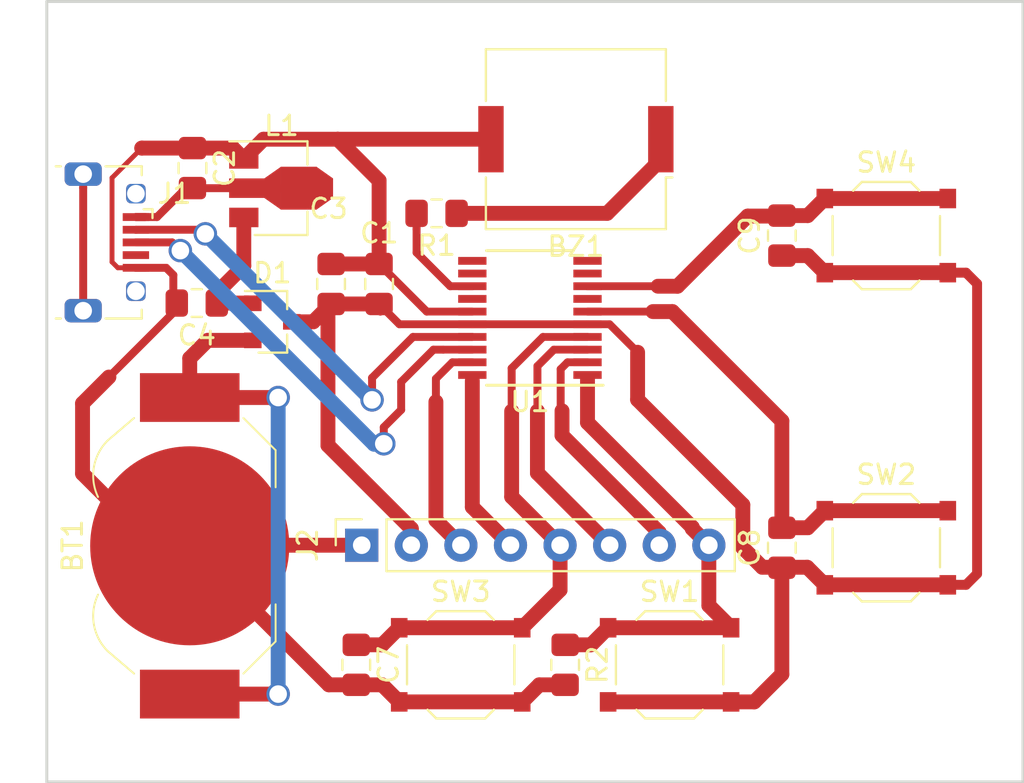
<source format=kicad_pcb>
(kicad_pcb (version 20171130) (host pcbnew 5.0.1)

  (general
    (thickness 1.6)
    (drawings 4)
    (tracks 177)
    (zones 0)
    (modules 20)
    (nets 26)
  )

  (page A4)
  (layers
    (0 F.Cu signal)
    (31 B.Cu signal)
    (32 B.Adhes user)
    (33 F.Adhes user)
    (34 B.Paste user)
    (35 F.Paste user)
    (36 B.SilkS user hide)
    (37 F.SilkS user hide)
    (38 B.Mask user hide)
    (39 F.Mask user hide)
    (40 Dwgs.User user)
    (41 Cmts.User user)
    (42 Eco1.User user)
    (43 Eco2.User user)
    (44 Edge.Cuts user)
    (45 Margin user)
    (46 B.CrtYd user)
    (47 F.CrtYd user)
    (48 B.Fab user)
    (49 F.Fab user)
  )

  (setup
    (last_trace_width 0.25)
    (user_trace_width 0.4064)
    (user_trace_width 0.4572)
    (user_trace_width 0.508)
    (user_trace_width 0.635)
    (user_trace_width 0.762)
    (user_trace_width 1.524)
    (trace_clearance 0.2)
    (zone_clearance 0.508)
    (zone_45_only no)
    (trace_min 0.25)
    (segment_width 0.2)
    (edge_width 0.15)
    (via_size 0.8)
    (via_drill 0.4)
    (via_min_size 0.4)
    (via_min_drill 0.3)
    (user_via 1.2 0.9)
    (uvia_size 0.3)
    (uvia_drill 0.1)
    (uvias_allowed no)
    (uvia_min_size 0.2)
    (uvia_min_drill 0.1)
    (pcb_text_width 0.3)
    (pcb_text_size 1.5 1.5)
    (mod_edge_width 0.15)
    (mod_text_size 1 1)
    (mod_text_width 0.15)
    (pad_size 1.7 1.7)
    (pad_drill 0.9)
    (pad_to_mask_clearance 0.051)
    (solder_mask_min_width 0.25)
    (aux_axis_origin 171.33 132.98)
    (visible_elements FFFFFF7F)
    (pcbplotparams
      (layerselection 0x01000_7fffffff)
      (usegerberextensions false)
      (usegerberattributes false)
      (usegerberadvancedattributes false)
      (creategerberjobfile false)
      (excludeedgelayer true)
      (linewidth 0.100000)
      (plotframeref false)
      (viasonmask false)
      (mode 1)
      (useauxorigin true)
      (hpglpennumber 1)
      (hpglpenspeed 20)
      (hpglpendiameter 15.000000)
      (psnegative false)
      (psa4output false)
      (plotreference true)
      (plotvalue true)
      (plotinvisibletext false)
      (padsonsilk false)
      (subtractmaskfromsilk false)
      (outputformat 1)
      (mirror false)
      (drillshape 0)
      (scaleselection 1)
      (outputdirectory "cnc/"))
  )

  (net 0 "")
  (net 1 GND)
  (net 2 "Net-(BZ1-Pad1)")
  (net 3 VDD)
  (net 4 Ctrl_One)
  (net 5 Ctrl_Ten)
  (net 6 USB_D-)
  (net 7 "Net-(J1-Pad4)")
  (net 8 USB_D+)
  (net 9 Buzzer)
  (net 10 BOOT0)
  (net 11 "Net-(U1-Pad7)")
  (net 12 "Net-(U1-Pad9)")
  (net 13 "Net-(U1-Pad10)")
  (net 14 "Net-(U1-Pad14)")
  (net 15 "Net-(BT1-Pad1)")
  (net 16 USB_VBUS)
  (net 17 "Net-(U1-Pad12)")
  (net 18 "Net-(U1-Pad11)")
  (net 19 NRST)
  (net 20 SWDIO)
  (net 21 SWCLK)
  (net 22 SDA)
  (net 23 SCL)
  (net 24 "Net-(J1-Pad6)")
  (net 25 "Net-(C4-Pad1)")

  (net_class Default "This is the default net class."
    (clearance 0.2)
    (trace_width 0.25)
    (via_dia 0.8)
    (via_drill 0.4)
    (uvia_dia 0.3)
    (uvia_drill 0.1)
    (add_net BOOT0)
    (add_net Buzzer)
    (add_net Ctrl_One)
    (add_net Ctrl_Ten)
    (add_net GND)
    (add_net NRST)
    (add_net "Net-(BT1-Pad1)")
    (add_net "Net-(BZ1-Pad1)")
    (add_net "Net-(C4-Pad1)")
    (add_net "Net-(J1-Pad4)")
    (add_net "Net-(J1-Pad6)")
    (add_net "Net-(U1-Pad10)")
    (add_net "Net-(U1-Pad11)")
    (add_net "Net-(U1-Pad12)")
    (add_net "Net-(U1-Pad14)")
    (add_net "Net-(U1-Pad7)")
    (add_net "Net-(U1-Pad9)")
    (add_net SCL)
    (add_net SDA)
    (add_net SWCLK)
    (add_net SWDIO)
    (add_net USB_D+)
    (add_net USB_D-)
    (add_net USB_VBUS)
    (add_net VDD)
  )

  (module micro_usb:USB_Micro-B_Molex-105017-0001 (layer F.Cu) (tedit 5C56188C) (tstamp 5C600923)
    (at 124.45 105.35 270)
    (descr http://www.molex.com/pdm_docs/sd/1050170001_sd.pdf)
    (tags "Micro-USB SMD Typ-B")
    (path /5C1E9F15)
    (attr smd)
    (fp_text reference J1 (at -2.5 -3.44) (layer F.SilkS)
      (effects (font (size 1 1) (thickness 0.15)))
    )
    (fp_text value USB_B_Micro (at -0.16 4.65 270) (layer F.Fab)
      (effects (font (size 1 1) (thickness 0.15)))
    )
    (fp_text user "PCB Edge" (at 0 2.6875 270) (layer Dwgs.User)
      (effects (font (size 0.5 0.5) (thickness 0.08)))
    )
    (fp_text user %R (at 0 0.8875 270) (layer F.Fab)
      (effects (font (size 1 1) (thickness 0.15)))
    )
    (fp_line (start -4.4 3.64) (end 4.4 3.64) (layer F.CrtYd) (width 0.05))
    (fp_line (start 4.4 -2.46) (end 4.4 3.64) (layer F.CrtYd) (width 0.05))
    (fp_line (start -4.4 -2.46) (end 4.4 -2.46) (layer F.CrtYd) (width 0.05))
    (fp_line (start -4.4 3.64) (end -4.4 -2.46) (layer F.CrtYd) (width 0.05))
    (fp_line (start -3.9 -1.7625) (end -3.45 -1.7625) (layer F.SilkS) (width 0.12))
    (fp_line (start -3.9 0.0875) (end -3.9 -1.7625) (layer F.SilkS) (width 0.12))
    (fp_line (start 3.9 2.6375) (end 3.9 2.3875) (layer F.SilkS) (width 0.12))
    (fp_line (start 3.75 3.3875) (end 3.75 -1.6125) (layer F.Fab) (width 0.1))
    (fp_line (start -3 2.689204) (end 3 2.689204) (layer F.Fab) (width 0.1))
    (fp_line (start -3.75 3.389204) (end 3.75 3.389204) (layer F.Fab) (width 0.1))
    (fp_line (start -3.75 -1.6125) (end 3.75 -1.6125) (layer F.Fab) (width 0.1))
    (fp_line (start -3.75 3.3875) (end -3.75 -1.6125) (layer F.Fab) (width 0.1))
    (fp_line (start -3.9 2.6375) (end -3.9 2.3875) (layer F.SilkS) (width 0.12))
    (fp_line (start 3.9 0.0875) (end 3.9 -1.7625) (layer F.SilkS) (width 0.12))
    (fp_line (start 3.9 -1.7625) (end 3.45 -1.7625) (layer F.SilkS) (width 0.12))
    (fp_line (start -1.7 -2.3125) (end -1.25 -2.3125) (layer F.SilkS) (width 0.12))
    (fp_line (start -1.7 -2.3125) (end -1.7 -1.8625) (layer F.SilkS) (width 0.12))
    (fp_line (start -1.3 -1.7125) (end -1.5 -1.9125) (layer F.Fab) (width 0.1))
    (fp_line (start -1.1 -1.9125) (end -1.3 -1.7125) (layer F.Fab) (width 0.1))
    (fp_line (start -1.5 -2.1225) (end -1.1 -2.1225) (layer F.Fab) (width 0.1))
    (fp_line (start -1.5 -2.1225) (end -1.5 -1.9125) (layer F.Fab) (width 0.1))
    (fp_line (start -1.1 -2.1225) (end -1.1 -1.9125) (layer F.Fab) (width 0.1))
    (pad "" thru_hole roundrect (at -2.5 -1.4625 270) (size 1 1) (drill 0.9) (layers *.Cu *.Mask) (roundrect_rratio 0.25))
    (pad 2 smd rect (at -0.65 -1.4625 270) (size 0.4 1.35) (layers F.Cu F.Paste F.Mask)
      (net 6 USB_D-))
    (pad 1 smd rect (at -1.3 -1.4625 270) (size 0.4 1.35) (layers F.Cu F.Paste F.Mask)
      (net 16 USB_VBUS))
    (pad 5 smd rect (at 1.3 -1.4625 270) (size 0.4 1.35) (layers F.Cu F.Paste F.Mask)
      (net 1 GND))
    (pad 4 smd rect (at 0.65 -1.4625 270) (size 0.4 1.35) (layers F.Cu F.Paste F.Mask)
      (net 7 "Net-(J1-Pad4)"))
    (pad 3 smd rect (at 0 -1.4625 270) (size 0.4 1.35) (layers F.Cu F.Paste F.Mask)
      (net 8 USB_D+))
    (pad "" thru_hole roundrect (at 2.5 -1.4625 270) (size 1 1) (drill 0.9) (layers *.Cu *.Mask) (roundrect_rratio 0.25))
    (pad 6 thru_hole roundrect (at -3.5 1.2375 90) (size 1.2 1.9) (drill 0.9) (layers *.Cu *.Mask) (roundrect_rratio 0.25)
      (net 24 "Net-(J1-Pad6)"))
    (pad 6 thru_hole roundrect (at 3.5 1.2375 270) (size 1.2 1.9) (drill 0.9) (layers *.Cu *.Mask) (roundrect_rratio 0.25)
      (net 24 "Net-(J1-Pad6)"))
    (model ${KISYS3DMOD}/Connector_USB.3dshapes/USB_Micro-B_Molex_47346-0001.step
      (at (xyz 0 0 0))
      (scale (xyz 1 1 1))
      (rotate (xyz 0 0 0))
    )
  )

  (module Package_TO_SOT_SMD:SOT-89-3 (layer F.Cu) (tedit 5C477F4D) (tstamp 5C5653E0)
    (at 132.92 102.57)
    (descr SOT-89-3)
    (tags SOT-89-3)
    (path /5C228345)
    (attr smd)
    (fp_text reference L1 (at 0.45 -3.2) (layer F.SilkS)
      (effects (font (size 1 1) (thickness 0.15)))
    )
    (fp_text value HT7333-A (at -7.63 -2.92) (layer F.Fab)
      (effects (font (size 1 1) (thickness 0.15)))
    )
    (fp_text user %R (at 0.38 0 -270) (layer F.Fab)
      (effects (font (size 0.6 0.6) (thickness 0.09)))
    )
    (fp_line (start 1.78 1.2) (end 1.78 2.4) (layer F.SilkS) (width 0.12))
    (fp_line (start 1.78 2.4) (end -0.92 2.4) (layer F.SilkS) (width 0.12))
    (fp_line (start -2.22 -2.4) (end 1.78 -2.4) (layer F.SilkS) (width 0.12))
    (fp_line (start 1.78 -2.4) (end 1.78 -1.2) (layer F.SilkS) (width 0.12))
    (fp_line (start -0.92 -1.51) (end -0.13 -2.3) (layer F.Fab) (width 0.1))
    (fp_line (start 1.68 -2.3) (end 1.68 2.3) (layer F.Fab) (width 0.1))
    (fp_line (start 1.68 2.3) (end -0.92 2.3) (layer F.Fab) (width 0.1))
    (fp_line (start -0.92 2.3) (end -0.92 -1.51) (layer F.Fab) (width 0.1))
    (fp_line (start -0.13 -2.3) (end 1.68 -2.3) (layer F.Fab) (width 0.1))
    (fp_line (start 3.23 -2.55) (end 3.23 2.55) (layer F.CrtYd) (width 0.05))
    (fp_line (start 3.23 -2.55) (end -2.48 -2.55) (layer F.CrtYd) (width 0.05))
    (fp_line (start -2.48 2.55) (end 3.23 2.55) (layer F.CrtYd) (width 0.05))
    (fp_line (start -2.48 2.55) (end -2.48 -2.55) (layer F.CrtYd) (width 0.05))
    (pad 2 smd trapezoid (at 2.667 0 270) (size 1.6 0.85) (rect_delta 0 0.6 ) (layers F.Cu F.Paste F.Mask)
      (net 16 USB_VBUS))
    (pad 1 smd rect (at -1.48 -1.5 270) (size 1 1.5) (layers F.Cu F.Paste F.Mask)
      (net 1 GND))
    (pad 2 smd rect (at -1.3335 0 270) (size 1 1.8) (layers F.Cu F.Paste F.Mask)
      (net 16 USB_VBUS))
    (pad 3 smd rect (at -1.48 1.5 270) (size 1 1.5) (layers F.Cu F.Paste F.Mask)
      (net 25 "Net-(C4-Pad1)"))
    (pad 2 smd rect (at 1.3335 0 270) (size 2.2 1.84) (layers F.Cu F.Paste F.Mask)
      (net 16 USB_VBUS))
    (pad 2 smd trapezoid (at -0.0762 0 90) (size 1.5 1) (rect_delta 0 0.7 ) (layers F.Cu F.Paste F.Mask)
      (net 16 USB_VBUS))
    (model ${KISYS3DMOD}/Package_TO_SOT_SMD.3dshapes/SOT-89-3.wrl
      (at (xyz 0 0 0))
      (scale (xyz 1 1 1))
      (rotate (xyz 0 0 0))
    )
  )

  (module tl3342:tl3342 locked (layer F.Cu) (tedit 59F2418F) (tstamp 5C4BBA86)
    (at 164.35 121)
    (descr "Low-profile SMD Tactile Switch, https://www.e-switch.com/system/asset/product_line/data_sheet/165/TL3342.pdf")
    (tags "SPST Tactile Switch")
    (path /5C1E9C39)
    (attr smd)
    (fp_text reference SW2 (at 0 -3.75) (layer F.SilkS)
      (effects (font (size 1 1) (thickness 0.15)))
    )
    (fp_text value Ctrl_One_Btn (at 0.15 5) (layer F.Fab)
      (effects (font (size 1 1) (thickness 0.15)))
    )
    (fp_text user %R (at 0 3.75) (layer F.Fab)
      (effects (font (size 1 1) (thickness 0.15)))
    )
    (fp_line (start 3.2 2.1) (end 3.2 1.6) (layer F.Fab) (width 0.1))
    (fp_line (start 3.2 -2.1) (end 3.2 -1.6) (layer F.Fab) (width 0.1))
    (fp_line (start -3.2 2.1) (end -3.2 1.6) (layer F.Fab) (width 0.1))
    (fp_line (start -3.2 -2.1) (end -3.2 -1.6) (layer F.Fab) (width 0.1))
    (fp_line (start 2.7 -2.1) (end 2.7 -1.6) (layer F.Fab) (width 0.1))
    (fp_line (start 1.7 -2.1) (end 3.2 -2.1) (layer F.Fab) (width 0.1))
    (fp_line (start 3.2 -1.6) (end 2.2 -1.6) (layer F.Fab) (width 0.1))
    (fp_line (start -2.7 -2.1) (end -2.7 -1.6) (layer F.Fab) (width 0.1))
    (fp_line (start -1.7 -2.1) (end -3.2 -2.1) (layer F.Fab) (width 0.1))
    (fp_line (start -3.2 -1.6) (end -2.2 -1.6) (layer F.Fab) (width 0.1))
    (fp_line (start -2.7 2.1) (end -2.7 1.6) (layer F.Fab) (width 0.1))
    (fp_line (start -3.2 1.6) (end -2.2 1.6) (layer F.Fab) (width 0.1))
    (fp_line (start -1.7 2.1) (end -3.2 2.1) (layer F.Fab) (width 0.1))
    (fp_line (start 1.7 2.1) (end 3.2 2.1) (layer F.Fab) (width 0.1))
    (fp_line (start 2.7 2.1) (end 2.7 1.6) (layer F.Fab) (width 0.1))
    (fp_line (start 3.2 1.6) (end 2.2 1.6) (layer F.Fab) (width 0.1))
    (fp_line (start -1.7 2.3) (end -1.25 2.75) (layer F.SilkS) (width 0.12))
    (fp_line (start 1.7 2.3) (end 1.25 2.75) (layer F.SilkS) (width 0.12))
    (fp_line (start 1.7 -2.3) (end 1.25 -2.75) (layer F.SilkS) (width 0.12))
    (fp_line (start -1.7 -2.3) (end -1.25 -2.75) (layer F.SilkS) (width 0.12))
    (fp_line (start -2 -1) (end -1 -2) (layer F.Fab) (width 0.1))
    (fp_line (start -1 -2) (end 1 -2) (layer F.Fab) (width 0.1))
    (fp_line (start 1 -2) (end 2 -1) (layer F.Fab) (width 0.1))
    (fp_line (start 2 -1) (end 2 1) (layer F.Fab) (width 0.1))
    (fp_line (start 2 1) (end 1 2) (layer F.Fab) (width 0.1))
    (fp_line (start 1 2) (end -1 2) (layer F.Fab) (width 0.1))
    (fp_line (start -1 2) (end -2 1) (layer F.Fab) (width 0.1))
    (fp_line (start -2 1) (end -2 -1) (layer F.Fab) (width 0.1))
    (fp_line (start 2.75 -1) (end 2.75 1) (layer F.SilkS) (width 0.12))
    (fp_line (start -1.25 2.75) (end 1.25 2.75) (layer F.SilkS) (width 0.12))
    (fp_line (start -2.75 -1) (end -2.75 1) (layer F.SilkS) (width 0.12))
    (fp_line (start -1.25 -2.75) (end 1.25 -2.75) (layer F.SilkS) (width 0.12))
    (fp_line (start -2.6 -1.2) (end -2.6 1.2) (layer F.Fab) (width 0.1))
    (fp_line (start -2.6 1.2) (end -1.2 2.6) (layer F.Fab) (width 0.1))
    (fp_line (start -1.2 2.6) (end 1.2 2.6) (layer F.Fab) (width 0.1))
    (fp_line (start 1.2 2.6) (end 2.6 1.2) (layer F.Fab) (width 0.1))
    (fp_line (start 2.6 1.2) (end 2.6 -1.2) (layer F.Fab) (width 0.1))
    (fp_line (start 2.6 -1.2) (end 1.2 -2.6) (layer F.Fab) (width 0.1))
    (fp_line (start 1.2 -2.6) (end -1.2 -2.6) (layer F.Fab) (width 0.1))
    (fp_line (start -1.2 -2.6) (end -2.6 -1.2) (layer F.Fab) (width 0.1))
    (fp_line (start -3.8 -3) (end 3.8 -3) (layer F.CrtYd) (width 0.05))
    (fp_line (start 3.8 -3) (end 3.8 3) (layer F.CrtYd) (width 0.05))
    (fp_line (start 3.8 3) (end -3.8 3) (layer F.CrtYd) (width 0.05))
    (fp_line (start -3.8 3) (end -3.8 -3) (layer F.CrtYd) (width 0.05))
    (fp_circle (center 0 0) (end 1 0) (layer F.Fab) (width 0.1))
    (pad 1 smd rect (at -3.15 -1.9) (size 0.85 1) (layers F.Cu F.Paste F.Mask)
      (net 4 Ctrl_One))
    (pad 1 smd rect (at 3.15 -1.9) (size 0.85 1) (layers F.Cu F.Paste F.Mask)
      (net 4 Ctrl_One))
    (pad 2 smd rect (at -3.15 1.9) (size 0.85 1) (layers F.Cu F.Paste F.Mask)
      (net 3 VDD))
    (pad 2 smd rect (at 3.15 1.9) (size 0.85 1) (layers F.Cu F.Paste F.Mask)
      (net 3 VDD))
    (model ${KIPRJMOD}/libs/tl3342.step
      (at (xyz 0 0 0))
      (scale (xyz 1 1 1))
      (rotate (xyz 0 0 0))
    )
  )

  (module Capacitor_SMD:C_0805_2012Metric_Pad1.15x1.40mm_HandSolder (layer F.Cu) (tedit 5B36C52B) (tstamp 5C4C6A4D)
    (at 138.37 107.48 90)
    (descr "Capacitor SMD 0805 (2012 Metric), square (rectangular) end terminal, IPC_7351 nominal with elongated pad for handsoldering. (Body size source: https://docs.google.com/spreadsheets/d/1BsfQQcO9C6DZCsRaXUlFlo91Tg2WpOkGARC1WS5S8t0/edit?usp=sharing), generated with kicad-footprint-generator")
    (tags "capacitor handsolder")
    (path /5C202927)
    (attr smd)
    (fp_text reference C1 (at 2.605 0.005 180) (layer F.SilkS)
      (effects (font (size 1 1) (thickness 0.15)))
    )
    (fp_text value 0.1u (at 2.715 0.055 180) (layer F.Fab)
      (effects (font (size 1 1) (thickness 0.15)))
    )
    (fp_text user %R (at 0 0 90) (layer F.Fab)
      (effects (font (size 0.5 0.5) (thickness 0.08)))
    )
    (fp_line (start 1.85 0.95) (end -1.85 0.95) (layer F.CrtYd) (width 0.05))
    (fp_line (start 1.85 -0.95) (end 1.85 0.95) (layer F.CrtYd) (width 0.05))
    (fp_line (start -1.85 -0.95) (end 1.85 -0.95) (layer F.CrtYd) (width 0.05))
    (fp_line (start -1.85 0.95) (end -1.85 -0.95) (layer F.CrtYd) (width 0.05))
    (fp_line (start -0.261252 0.71) (end 0.261252 0.71) (layer F.SilkS) (width 0.12))
    (fp_line (start -0.261252 -0.71) (end 0.261252 -0.71) (layer F.SilkS) (width 0.12))
    (fp_line (start 1 0.6) (end -1 0.6) (layer F.Fab) (width 0.1))
    (fp_line (start 1 -0.6) (end 1 0.6) (layer F.Fab) (width 0.1))
    (fp_line (start -1 -0.6) (end 1 -0.6) (layer F.Fab) (width 0.1))
    (fp_line (start -1 0.6) (end -1 -0.6) (layer F.Fab) (width 0.1))
    (pad 2 smd roundrect (at 1.025 0 90) (size 1.15 1.4) (layers F.Cu F.Paste F.Mask) (roundrect_rratio 0.217391)
      (net 1 GND))
    (pad 1 smd roundrect (at -1.025 0 90) (size 1.15 1.4) (layers F.Cu F.Paste F.Mask) (roundrect_rratio 0.217391)
      (net 3 VDD))
    (model ${KISYS3DMOD}/Capacitor_SMD.3dshapes/C_0805_2012Metric.wrl
      (at (xyz 0 0 0))
      (scale (xyz 1 1 1))
      (rotate (xyz 0 0 0))
    )
  )

  (module Capacitor_SMD:C_0805_2012Metric_Pad1.15x1.40mm_HandSolder (layer F.Cu) (tedit 5B36C52B) (tstamp 5C4C6A1D)
    (at 135.91 107.48 90)
    (descr "Capacitor SMD 0805 (2012 Metric), square (rectangular) end terminal, IPC_7351 nominal with elongated pad for handsoldering. (Body size source: https://docs.google.com/spreadsheets/d/1BsfQQcO9C6DZCsRaXUlFlo91Tg2WpOkGARC1WS5S8t0/edit?usp=sharing), generated with kicad-footprint-generator")
    (tags "capacitor handsolder")
    (path /5C20292E)
    (attr smd)
    (fp_text reference C3 (at 3.86 -0.13 180) (layer F.SilkS)
      (effects (font (size 1 1) (thickness 0.15)))
    )
    (fp_text value 4.7u (at 2.73 -0.37 180) (layer F.Fab)
      (effects (font (size 1 1) (thickness 0.15)))
    )
    (fp_line (start -1 0.6) (end -1 -0.6) (layer F.Fab) (width 0.1))
    (fp_line (start -1 -0.6) (end 1 -0.6) (layer F.Fab) (width 0.1))
    (fp_line (start 1 -0.6) (end 1 0.6) (layer F.Fab) (width 0.1))
    (fp_line (start 1 0.6) (end -1 0.6) (layer F.Fab) (width 0.1))
    (fp_line (start -0.261252 -0.71) (end 0.261252 -0.71) (layer F.SilkS) (width 0.12))
    (fp_line (start -0.261252 0.71) (end 0.261252 0.71) (layer F.SilkS) (width 0.12))
    (fp_line (start -1.85 0.95) (end -1.85 -0.95) (layer F.CrtYd) (width 0.05))
    (fp_line (start -1.85 -0.95) (end 1.85 -0.95) (layer F.CrtYd) (width 0.05))
    (fp_line (start 1.85 -0.95) (end 1.85 0.95) (layer F.CrtYd) (width 0.05))
    (fp_line (start 1.85 0.95) (end -1.85 0.95) (layer F.CrtYd) (width 0.05))
    (fp_text user %R (at 0 0 90) (layer F.Fab)
      (effects (font (size 0.5 0.5) (thickness 0.08)))
    )
    (pad 1 smd roundrect (at -1.025 0 90) (size 1.15 1.4) (layers F.Cu F.Paste F.Mask) (roundrect_rratio 0.217391)
      (net 3 VDD))
    (pad 2 smd roundrect (at 1.025 0 90) (size 1.15 1.4) (layers F.Cu F.Paste F.Mask) (roundrect_rratio 0.217391)
      (net 1 GND))
    (model ${KISYS3DMOD}/Capacitor_SMD.3dshapes/C_0805_2012Metric.wrl
      (at (xyz 0 0 0))
      (scale (xyz 1 1 1))
      (rotate (xyz 0 0 0))
    )
  )

  (module Capacitor_SMD:C_0805_2012Metric_Pad1.15x1.40mm_HandSolder locked (layer F.Cu) (tedit 5B36C52B) (tstamp 5C4C52F5)
    (at 137.2 127 270)
    (descr "Capacitor SMD 0805 (2012 Metric), square (rectangular) end terminal, IPC_7351 nominal with elongated pad for handsoldering. (Body size source: https://docs.google.com/spreadsheets/d/1BsfQQcO9C6DZCsRaXUlFlo91Tg2WpOkGARC1WS5S8t0/edit?usp=sharing), generated with kicad-footprint-generator")
    (tags "capacitor handsolder")
    (path /5C1EFF71)
    (attr smd)
    (fp_text reference C7 (at 0 -1.65 270) (layer F.SilkS)
      (effects (font (size 1 1) (thickness 0.15)))
    )
    (fp_text value 0.1u (at -2.75 -0.05) (layer F.Fab)
      (effects (font (size 1 1) (thickness 0.15)))
    )
    (fp_line (start -1 0.6) (end -1 -0.6) (layer F.Fab) (width 0.1))
    (fp_line (start -1 -0.6) (end 1 -0.6) (layer F.Fab) (width 0.1))
    (fp_line (start 1 -0.6) (end 1 0.6) (layer F.Fab) (width 0.1))
    (fp_line (start 1 0.6) (end -1 0.6) (layer F.Fab) (width 0.1))
    (fp_line (start -0.261252 -0.71) (end 0.261252 -0.71) (layer F.SilkS) (width 0.12))
    (fp_line (start -0.261252 0.71) (end 0.261252 0.71) (layer F.SilkS) (width 0.12))
    (fp_line (start -1.85 0.95) (end -1.85 -0.95) (layer F.CrtYd) (width 0.05))
    (fp_line (start -1.85 -0.95) (end 1.85 -0.95) (layer F.CrtYd) (width 0.05))
    (fp_line (start 1.85 -0.95) (end 1.85 0.95) (layer F.CrtYd) (width 0.05))
    (fp_line (start 1.85 0.95) (end -1.85 0.95) (layer F.CrtYd) (width 0.05))
    (fp_text user %R (at 0 0 270) (layer F.Fab)
      (effects (font (size 0.5 0.5) (thickness 0.08)))
    )
    (pad 1 smd roundrect (at -1.025 0 270) (size 1.15 1.4) (layers F.Cu F.Paste F.Mask) (roundrect_rratio 0.217391)
      (net 19 NRST))
    (pad 2 smd roundrect (at 1.025 0 270) (size 1.15 1.4) (layers F.Cu F.Paste F.Mask) (roundrect_rratio 0.217391)
      (net 1 GND))
    (model ${KISYS3DMOD}/Capacitor_SMD.3dshapes/C_0805_2012Metric.wrl
      (at (xyz 0 0 0))
      (scale (xyz 1 1 1))
      (rotate (xyz 0 0 0))
    )
  )

  (module Capacitor_SMD:C_0805_2012Metric_Pad1.15x1.40mm_HandSolder locked (layer F.Cu) (tedit 5B36C52B) (tstamp 5C2C0B97)
    (at 159 121 90)
    (descr "Capacitor SMD 0805 (2012 Metric), square (rectangular) end terminal, IPC_7351 nominal with elongated pad for handsoldering. (Body size source: https://docs.google.com/spreadsheets/d/1BsfQQcO9C6DZCsRaXUlFlo91Tg2WpOkGARC1WS5S8t0/edit?usp=sharing), generated with kicad-footprint-generator")
    (tags "capacitor handsolder")
    (path /5C20FD6A)
    (attr smd)
    (fp_text reference C8 (at 0 -1.65 90) (layer F.SilkS)
      (effects (font (size 1 1) (thickness 0.15)))
    )
    (fp_text value 0.1u (at 2.75 -0.25 180) (layer F.Fab)
      (effects (font (size 1 1) (thickness 0.15)))
    )
    (fp_line (start -1 0.6) (end -1 -0.6) (layer F.Fab) (width 0.1))
    (fp_line (start -1 -0.6) (end 1 -0.6) (layer F.Fab) (width 0.1))
    (fp_line (start 1 -0.6) (end 1 0.6) (layer F.Fab) (width 0.1))
    (fp_line (start 1 0.6) (end -1 0.6) (layer F.Fab) (width 0.1))
    (fp_line (start -0.261252 -0.71) (end 0.261252 -0.71) (layer F.SilkS) (width 0.12))
    (fp_line (start -0.261252 0.71) (end 0.261252 0.71) (layer F.SilkS) (width 0.12))
    (fp_line (start -1.85 0.95) (end -1.85 -0.95) (layer F.CrtYd) (width 0.05))
    (fp_line (start -1.85 -0.95) (end 1.85 -0.95) (layer F.CrtYd) (width 0.05))
    (fp_line (start 1.85 -0.95) (end 1.85 0.95) (layer F.CrtYd) (width 0.05))
    (fp_line (start 1.85 0.95) (end -1.85 0.95) (layer F.CrtYd) (width 0.05))
    (fp_text user %R (at 0 0 90) (layer F.Fab)
      (effects (font (size 0.5 0.5) (thickness 0.08)))
    )
    (pad 1 smd roundrect (at -1.025 0 90) (size 1.15 1.4) (layers F.Cu F.Paste F.Mask) (roundrect_rratio 0.217391)
      (net 3 VDD))
    (pad 2 smd roundrect (at 1.025 0 90) (size 1.15 1.4) (layers F.Cu F.Paste F.Mask) (roundrect_rratio 0.217391)
      (net 4 Ctrl_One))
    (model ${KISYS3DMOD}/Capacitor_SMD.3dshapes/C_0805_2012Metric.wrl
      (at (xyz 0 0 0))
      (scale (xyz 1 1 1))
      (rotate (xyz 0 0 0))
    )
  )

  (module Capacitor_SMD:C_0805_2012Metric_Pad1.15x1.40mm_HandSolder locked (layer F.Cu) (tedit 5B36C52B) (tstamp 5C5282FA)
    (at 159 105 90)
    (descr "Capacitor SMD 0805 (2012 Metric), square (rectangular) end terminal, IPC_7351 nominal with elongated pad for handsoldering. (Body size source: https://docs.google.com/spreadsheets/d/1BsfQQcO9C6DZCsRaXUlFlo91Tg2WpOkGARC1WS5S8t0/edit?usp=sharing), generated with kicad-footprint-generator")
    (tags "capacitor handsolder")
    (path /5C211C11)
    (attr smd)
    (fp_text reference C9 (at 0 -1.65 90) (layer F.SilkS)
      (effects (font (size 1 1) (thickness 0.15)))
    )
    (fp_text value 0.1u (at 2.75 -0.25 180) (layer F.Fab)
      (effects (font (size 1 1) (thickness 0.15)))
    )
    (fp_text user %R (at 0 0 90) (layer F.Fab)
      (effects (font (size 0.5 0.5) (thickness 0.08)))
    )
    (fp_line (start 1.85 0.95) (end -1.85 0.95) (layer F.CrtYd) (width 0.05))
    (fp_line (start 1.85 -0.95) (end 1.85 0.95) (layer F.CrtYd) (width 0.05))
    (fp_line (start -1.85 -0.95) (end 1.85 -0.95) (layer F.CrtYd) (width 0.05))
    (fp_line (start -1.85 0.95) (end -1.85 -0.95) (layer F.CrtYd) (width 0.05))
    (fp_line (start -0.261252 0.71) (end 0.261252 0.71) (layer F.SilkS) (width 0.12))
    (fp_line (start -0.261252 -0.71) (end 0.261252 -0.71) (layer F.SilkS) (width 0.12))
    (fp_line (start 1 0.6) (end -1 0.6) (layer F.Fab) (width 0.1))
    (fp_line (start 1 -0.6) (end 1 0.6) (layer F.Fab) (width 0.1))
    (fp_line (start -1 -0.6) (end 1 -0.6) (layer F.Fab) (width 0.1))
    (fp_line (start -1 0.6) (end -1 -0.6) (layer F.Fab) (width 0.1))
    (pad 2 smd roundrect (at 1.025 0 90) (size 1.15 1.4) (layers F.Cu F.Paste F.Mask) (roundrect_rratio 0.217391)
      (net 5 Ctrl_Ten))
    (pad 1 smd roundrect (at -1.025 0 90) (size 1.15 1.4) (layers F.Cu F.Paste F.Mask) (roundrect_rratio 0.217391)
      (net 3 VDD))
    (model ${KISYS3DMOD}/Capacitor_SMD.3dshapes/C_0805_2012Metric.wrl
      (at (xyz 0 0 0))
      (scale (xyz 1 1 1))
      (rotate (xyz 0 0 0))
    )
  )

  (module Resistor_SMD:R_0805_2012Metric_Pad1.15x1.40mm_HandSolder (layer F.Cu) (tedit 5B36C52B) (tstamp 5C52826A)
    (at 141.315 103.86 180)
    (descr "Resistor SMD 0805 (2012 Metric), square (rectangular) end terminal, IPC_7351 nominal with elongated pad for handsoldering. (Body size source: https://docs.google.com/spreadsheets/d/1BsfQQcO9C6DZCsRaXUlFlo91Tg2WpOkGARC1WS5S8t0/edit?usp=sharing), generated with kicad-footprint-generator")
    (tags "resistor handsolder")
    (path /5C206A14)
    (attr smd)
    (fp_text reference R1 (at 0 -1.65 180) (layer F.SilkS)
      (effects (font (size 1 1) (thickness 0.15)))
    )
    (fp_text value 470 (at 0 1.65 180) (layer F.Fab)
      (effects (font (size 1 1) (thickness 0.15)))
    )
    (fp_text user %R (at 0 0 180) (layer F.Fab)
      (effects (font (size 0.5 0.5) (thickness 0.08)))
    )
    (fp_line (start 1.85 0.95) (end -1.85 0.95) (layer F.CrtYd) (width 0.05))
    (fp_line (start 1.85 -0.95) (end 1.85 0.95) (layer F.CrtYd) (width 0.05))
    (fp_line (start -1.85 -0.95) (end 1.85 -0.95) (layer F.CrtYd) (width 0.05))
    (fp_line (start -1.85 0.95) (end -1.85 -0.95) (layer F.CrtYd) (width 0.05))
    (fp_line (start -0.261252 0.71) (end 0.261252 0.71) (layer F.SilkS) (width 0.12))
    (fp_line (start -0.261252 -0.71) (end 0.261252 -0.71) (layer F.SilkS) (width 0.12))
    (fp_line (start 1 0.6) (end -1 0.6) (layer F.Fab) (width 0.1))
    (fp_line (start 1 -0.6) (end 1 0.6) (layer F.Fab) (width 0.1))
    (fp_line (start -1 -0.6) (end 1 -0.6) (layer F.Fab) (width 0.1))
    (fp_line (start -1 0.6) (end -1 -0.6) (layer F.Fab) (width 0.1))
    (pad 2 smd roundrect (at 1.025 0 180) (size 1.15 1.4) (layers F.Cu F.Paste F.Mask) (roundrect_rratio 0.217391)
      (net 9 Buzzer))
    (pad 1 smd roundrect (at -1.025 0 180) (size 1.15 1.4) (layers F.Cu F.Paste F.Mask) (roundrect_rratio 0.217391)
      (net 2 "Net-(BZ1-Pad1)"))
    (model ${KISYS3DMOD}/Resistor_SMD.3dshapes/R_0805_2012Metric.wrl
      (at (xyz 0 0 0))
      (scale (xyz 1 1 1))
      (rotate (xyz 0 0 0))
    )
  )

  (module Resistor_SMD:R_0805_2012Metric_Pad1.15x1.40mm_HandSolder locked (layer F.Cu) (tedit 5B36C52B) (tstamp 5C4C792A)
    (at 147.9 127 270)
    (descr "Resistor SMD 0805 (2012 Metric), square (rectangular) end terminal, IPC_7351 nominal with elongated pad for handsoldering. (Body size source: https://docs.google.com/spreadsheets/d/1BsfQQcO9C6DZCsRaXUlFlo91Tg2WpOkGARC1WS5S8t0/edit?usp=sharing), generated with kicad-footprint-generator")
    (tags "resistor handsolder")
    (path /5C4250E3)
    (attr smd)
    (fp_text reference R2 (at 0 -1.65 270) (layer F.SilkS)
      (effects (font (size 1 1) (thickness 0.15)))
    )
    (fp_text value 1M (at -2.75 -0.1) (layer F.Fab)
      (effects (font (size 1 1) (thickness 0.15)))
    )
    (fp_line (start -1 0.6) (end -1 -0.6) (layer F.Fab) (width 0.1))
    (fp_line (start -1 -0.6) (end 1 -0.6) (layer F.Fab) (width 0.1))
    (fp_line (start 1 -0.6) (end 1 0.6) (layer F.Fab) (width 0.1))
    (fp_line (start 1 0.6) (end -1 0.6) (layer F.Fab) (width 0.1))
    (fp_line (start -0.261252 -0.71) (end 0.261252 -0.71) (layer F.SilkS) (width 0.12))
    (fp_line (start -0.261252 0.71) (end 0.261252 0.71) (layer F.SilkS) (width 0.12))
    (fp_line (start -1.85 0.95) (end -1.85 -0.95) (layer F.CrtYd) (width 0.05))
    (fp_line (start -1.85 -0.95) (end 1.85 -0.95) (layer F.CrtYd) (width 0.05))
    (fp_line (start 1.85 -0.95) (end 1.85 0.95) (layer F.CrtYd) (width 0.05))
    (fp_line (start 1.85 0.95) (end -1.85 0.95) (layer F.CrtYd) (width 0.05))
    (fp_text user %R (at 0 0 270) (layer F.Fab)
      (effects (font (size 0.5 0.5) (thickness 0.08)))
    )
    (pad 1 smd roundrect (at -1.025 0 270) (size 1.15 1.4) (layers F.Cu F.Paste F.Mask) (roundrect_rratio 0.217391)
      (net 10 BOOT0))
    (pad 2 smd roundrect (at 1.025 0 270) (size 1.15 1.4) (layers F.Cu F.Paste F.Mask) (roundrect_rratio 0.217391)
      (net 1 GND))
    (model ${KISYS3DMOD}/Resistor_SMD.3dshapes/R_0805_2012Metric.wrl
      (at (xyz 0 0 0))
      (scale (xyz 1 1 1))
      (rotate (xyz 0 0 0))
    )
  )

  (module Package_TO_SOT_SMD:SOT-23 (layer F.Cu) (tedit 5A02FF57) (tstamp 5C624681)
    (at 132.9 109.42)
    (descr "SOT-23, Standard")
    (tags SOT-23)
    (path /5C22D4D9)
    (attr smd)
    (fp_text reference D1 (at 0 -2.5) (layer F.SilkS)
      (effects (font (size 1 1) (thickness 0.15)))
    )
    (fp_text value BAT54C (at 0.16 2.94) (layer F.Fab)
      (effects (font (size 1 1) (thickness 0.15)))
    )
    (fp_text user %R (at 0 0 90) (layer F.Fab)
      (effects (font (size 0.5 0.5) (thickness 0.075)))
    )
    (fp_line (start -0.7 -0.95) (end -0.7 1.5) (layer F.Fab) (width 0.1))
    (fp_line (start -0.15 -1.52) (end 0.7 -1.52) (layer F.Fab) (width 0.1))
    (fp_line (start -0.7 -0.95) (end -0.15 -1.52) (layer F.Fab) (width 0.1))
    (fp_line (start 0.7 -1.52) (end 0.7 1.52) (layer F.Fab) (width 0.1))
    (fp_line (start -0.7 1.52) (end 0.7 1.52) (layer F.Fab) (width 0.1))
    (fp_line (start 0.76 1.58) (end 0.76 0.65) (layer F.SilkS) (width 0.12))
    (fp_line (start 0.76 -1.58) (end 0.76 -0.65) (layer F.SilkS) (width 0.12))
    (fp_line (start -1.7 -1.75) (end 1.7 -1.75) (layer F.CrtYd) (width 0.05))
    (fp_line (start 1.7 -1.75) (end 1.7 1.75) (layer F.CrtYd) (width 0.05))
    (fp_line (start 1.7 1.75) (end -1.7 1.75) (layer F.CrtYd) (width 0.05))
    (fp_line (start -1.7 1.75) (end -1.7 -1.75) (layer F.CrtYd) (width 0.05))
    (fp_line (start 0.76 -1.58) (end -1.4 -1.58) (layer F.SilkS) (width 0.12))
    (fp_line (start 0.76 1.58) (end -0.7 1.58) (layer F.SilkS) (width 0.12))
    (pad 1 smd rect (at -1 -0.95) (size 0.9 0.8) (layers F.Cu F.Paste F.Mask)
      (net 25 "Net-(C4-Pad1)"))
    (pad 2 smd rect (at -1 0.95) (size 0.9 0.8) (layers F.Cu F.Paste F.Mask)
      (net 15 "Net-(BT1-Pad1)"))
    (pad 3 smd rect (at 1 0) (size 0.9 0.8) (layers F.Cu F.Paste F.Mask)
      (net 3 VDD))
    (model ${KISYS3DMOD}/Package_TO_SOT_SMD.3dshapes/SOT-23.wrl
      (at (xyz 0 0 0))
      (scale (xyz 1 1 1))
      (rotate (xyz 0 0 0))
    )
  )

  (module Buzzer_Murata_PKMCS0909E4000-R1:Buzzer_Murata_PKMCS0909E4000-R1 (layer F.Cu) (tedit 5A030281) (tstamp 5C47B2C7)
    (at 148.45 100.06 180)
    (descr "Murata Buzzer http://www.murata.com/en-us/api/pdfdownloadapi?cate=&partno=PKMCS0909E4000-R1")
    (tags "Murata Buzzer Beeper")
    (path /5C206E6D)
    (attr smd)
    (fp_text reference BZ1 (at 0 -5.5 180) (layer F.SilkS)
      (effects (font (size 1 1) (thickness 0.15)))
    )
    (fp_text value Buzzer (at 0 5.5 180) (layer F.Fab)
      (effects (font (size 1 1) (thickness 0.15)))
    )
    (fp_line (start 5.25 1.95) (end 5.25 -1.95) (layer F.CrtYd) (width 0.05))
    (fp_line (start 4.75 1.95) (end 5.25 1.95) (layer F.CrtYd) (width 0.05))
    (fp_text user %R (at 0 0 180) (layer F.Fab)
      (effects (font (size 1 1) (thickness 0.15)))
    )
    (fp_line (start -4.5 -3.5) (end -3.5 -4.5) (layer F.Fab) (width 0.1))
    (fp_line (start -4.61 -1.96) (end -4.94 -1.96) (layer F.SilkS) (width 0.12))
    (fp_line (start -4.61 4.61) (end -4.61 1.96) (layer F.SilkS) (width 0.12))
    (fp_line (start 4.61 4.61) (end -4.61 4.61) (layer F.SilkS) (width 0.12))
    (fp_line (start 4.61 1.96) (end 4.61 4.61) (layer F.SilkS) (width 0.12))
    (fp_line (start 4.61 -4.61) (end 4.61 -1.96) (layer F.SilkS) (width 0.12))
    (fp_line (start -4.61 -4.61) (end 4.61 -4.61) (layer F.SilkS) (width 0.12))
    (fp_line (start -4.61 -1.96) (end -4.61 -4.61) (layer F.SilkS) (width 0.12))
    (fp_line (start 4.75 4.75) (end -4.75 4.75) (layer F.CrtYd) (width 0.05))
    (fp_line (start -4.75 -4.75) (end 4.75 -4.75) (layer F.CrtYd) (width 0.05))
    (fp_line (start 4.5 4.5) (end -4.5 4.5) (layer F.Fab) (width 0.1))
    (fp_line (start 4.5 -4.5) (end 4.5 4.5) (layer F.Fab) (width 0.1))
    (fp_line (start -3.5 -4.5) (end 4.5 -4.5) (layer F.Fab) (width 0.1))
    (fp_line (start 4.75 4.75) (end 4.75 1.95) (layer F.CrtYd) (width 0.05))
    (fp_line (start -4.5 4.5) (end -4.5 -3.5) (layer F.Fab) (width 0.1))
    (fp_line (start 4.75 -1.95) (end 4.75 -4.75) (layer F.CrtYd) (width 0.05))
    (fp_line (start 4.75 -1.95) (end 5.25 -1.95) (layer F.CrtYd) (width 0.05))
    (fp_line (start -4.75 -1.95) (end -4.75 -4.75) (layer F.CrtYd) (width 0.05))
    (fp_line (start -4.75 -1.95) (end -5.25 -1.95) (layer F.CrtYd) (width 0.05))
    (fp_line (start -5.25 1.95) (end -5.25 -1.95) (layer F.CrtYd) (width 0.05))
    (fp_line (start -4.75 1.95) (end -5.25 1.95) (layer F.CrtYd) (width 0.05))
    (fp_line (start -4.75 4.75) (end -4.75 1.95) (layer F.CrtYd) (width 0.05))
    (pad 1 smd rect (at -4.35 0 180) (size 1.3 3.4) (layers F.Cu F.Paste F.Mask)
      (net 2 "Net-(BZ1-Pad1)"))
    (pad 2 smd rect (at 4.35 0 180) (size 1.3 3.4) (layers F.Cu F.Paste F.Mask)
      (net 1 GND))
    (model ${KIPRJMOD}/libs/Buzzer_Murata_PKMCS0909E4000-R1.step
      (at (xyz 0 0 0))
      (scale (xyz 1 1 1))
      (rotate (xyz -90 0 0))
    )
  )

  (module tl3342:tl3342 locked (layer F.Cu) (tedit 59F2418F) (tstamp 5C603BF7)
    (at 142.55 127)
    (descr "Low-profile SMD Tactile Switch, https://www.e-switch.com/system/asset/product_line/data_sheet/165/TL3342.pdf")
    (tags "SPST Tactile Switch")
    (path /5C1EFD70)
    (attr smd)
    (fp_text reference SW3 (at 0 -3.75) (layer F.SilkS)
      (effects (font (size 1 1) (thickness 0.15)))
    )
    (fp_text value Reset_Btn (at -0.243586 5) (layer F.Fab)
      (effects (font (size 1 1) (thickness 0.15)))
    )
    (fp_text user %R (at -0.05 3.75) (layer F.Fab)
      (effects (font (size 1 1) (thickness 0.15)))
    )
    (fp_line (start 3.2 2.1) (end 3.2 1.6) (layer F.Fab) (width 0.1))
    (fp_line (start 3.2 -2.1) (end 3.2 -1.6) (layer F.Fab) (width 0.1))
    (fp_line (start -3.2 2.1) (end -3.2 1.6) (layer F.Fab) (width 0.1))
    (fp_line (start -3.2 -2.1) (end -3.2 -1.6) (layer F.Fab) (width 0.1))
    (fp_line (start 2.7 -2.1) (end 2.7 -1.6) (layer F.Fab) (width 0.1))
    (fp_line (start 1.7 -2.1) (end 3.2 -2.1) (layer F.Fab) (width 0.1))
    (fp_line (start 3.2 -1.6) (end 2.2 -1.6) (layer F.Fab) (width 0.1))
    (fp_line (start -2.7 -2.1) (end -2.7 -1.6) (layer F.Fab) (width 0.1))
    (fp_line (start -1.7 -2.1) (end -3.2 -2.1) (layer F.Fab) (width 0.1))
    (fp_line (start -3.2 -1.6) (end -2.2 -1.6) (layer F.Fab) (width 0.1))
    (fp_line (start -2.7 2.1) (end -2.7 1.6) (layer F.Fab) (width 0.1))
    (fp_line (start -3.2 1.6) (end -2.2 1.6) (layer F.Fab) (width 0.1))
    (fp_line (start -1.7 2.1) (end -3.2 2.1) (layer F.Fab) (width 0.1))
    (fp_line (start 1.7 2.1) (end 3.2 2.1) (layer F.Fab) (width 0.1))
    (fp_line (start 2.7 2.1) (end 2.7 1.6) (layer F.Fab) (width 0.1))
    (fp_line (start 3.2 1.6) (end 2.2 1.6) (layer F.Fab) (width 0.1))
    (fp_line (start -1.7 2.3) (end -1.25 2.75) (layer F.SilkS) (width 0.12))
    (fp_line (start 1.7 2.3) (end 1.25 2.75) (layer F.SilkS) (width 0.12))
    (fp_line (start 1.7 -2.3) (end 1.25 -2.75) (layer F.SilkS) (width 0.12))
    (fp_line (start -1.7 -2.3) (end -1.25 -2.75) (layer F.SilkS) (width 0.12))
    (fp_line (start -2 -1) (end -1 -2) (layer F.Fab) (width 0.1))
    (fp_line (start -1 -2) (end 1 -2) (layer F.Fab) (width 0.1))
    (fp_line (start 1 -2) (end 2 -1) (layer F.Fab) (width 0.1))
    (fp_line (start 2 -1) (end 2 1) (layer F.Fab) (width 0.1))
    (fp_line (start 2 1) (end 1 2) (layer F.Fab) (width 0.1))
    (fp_line (start 1 2) (end -1 2) (layer F.Fab) (width 0.1))
    (fp_line (start -1 2) (end -2 1) (layer F.Fab) (width 0.1))
    (fp_line (start -2 1) (end -2 -1) (layer F.Fab) (width 0.1))
    (fp_line (start 2.75 -1) (end 2.75 1) (layer F.SilkS) (width 0.12))
    (fp_line (start -1.25 2.75) (end 1.25 2.75) (layer F.SilkS) (width 0.12))
    (fp_line (start -2.75 -1) (end -2.75 1) (layer F.SilkS) (width 0.12))
    (fp_line (start -1.25 -2.75) (end 1.25 -2.75) (layer F.SilkS) (width 0.12))
    (fp_line (start -2.6 -1.2) (end -2.6 1.2) (layer F.Fab) (width 0.1))
    (fp_line (start -2.6 1.2) (end -1.2 2.6) (layer F.Fab) (width 0.1))
    (fp_line (start -1.2 2.6) (end 1.2 2.6) (layer F.Fab) (width 0.1))
    (fp_line (start 1.2 2.6) (end 2.6 1.2) (layer F.Fab) (width 0.1))
    (fp_line (start 2.6 1.2) (end 2.6 -1.2) (layer F.Fab) (width 0.1))
    (fp_line (start 2.6 -1.2) (end 1.2 -2.6) (layer F.Fab) (width 0.1))
    (fp_line (start 1.2 -2.6) (end -1.2 -2.6) (layer F.Fab) (width 0.1))
    (fp_line (start -1.2 -2.6) (end -2.6 -1.2) (layer F.Fab) (width 0.1))
    (fp_line (start -3.8 -3) (end 3.8 -3) (layer F.CrtYd) (width 0.05))
    (fp_line (start 3.8 -3) (end 3.8 3) (layer F.CrtYd) (width 0.05))
    (fp_line (start 3.8 3) (end -3.8 3) (layer F.CrtYd) (width 0.05))
    (fp_line (start -3.8 3) (end -3.8 -3) (layer F.CrtYd) (width 0.05))
    (fp_circle (center 0 0) (end 1 0) (layer F.Fab) (width 0.1))
    (pad 1 smd rect (at -3.15 -1.9) (size 0.85 1) (layers F.Cu F.Paste F.Mask)
      (net 19 NRST))
    (pad 1 smd rect (at 3.15 -1.9) (size 0.85 1) (layers F.Cu F.Paste F.Mask)
      (net 19 NRST))
    (pad 2 smd rect (at -3.15 1.9) (size 0.85 1) (layers F.Cu F.Paste F.Mask)
      (net 1 GND))
    (pad 2 smd rect (at 3.15 1.9) (size 0.85 1) (layers F.Cu F.Paste F.Mask)
      (net 1 GND))
    (model ${KIPRJMOD}/libs/tl3342.step
      (at (xyz 0 0 0))
      (scale (xyz 1 1 1))
      (rotate (xyz 0 0 0))
    )
  )

  (module tl3342:tl3342 locked (layer F.Cu) (tedit 59F2418F) (tstamp 5C4BBAF0)
    (at 164.35 105)
    (descr "Low-profile SMD Tactile Switch, https://www.e-switch.com/system/asset/product_line/data_sheet/165/TL3342.pdf")
    (tags "SPST Tactile Switch")
    (path /5C211C0A)
    (attr smd)
    (fp_text reference SW4 (at 0 -3.75) (layer F.SilkS)
      (effects (font (size 1 1) (thickness 0.15)))
    )
    (fp_text value Ctrl_Ten_Btn (at -0.85 5) (layer F.Fab)
      (effects (font (size 1 1) (thickness 0.15)))
    )
    (fp_circle (center 0 0) (end 1 0) (layer F.Fab) (width 0.1))
    (fp_line (start -3.8 3) (end -3.8 -3) (layer F.CrtYd) (width 0.05))
    (fp_line (start 3.8 3) (end -3.8 3) (layer F.CrtYd) (width 0.05))
    (fp_line (start 3.8 -3) (end 3.8 3) (layer F.CrtYd) (width 0.05))
    (fp_line (start -3.8 -3) (end 3.8 -3) (layer F.CrtYd) (width 0.05))
    (fp_line (start -1.2 -2.6) (end -2.6 -1.2) (layer F.Fab) (width 0.1))
    (fp_line (start 1.2 -2.6) (end -1.2 -2.6) (layer F.Fab) (width 0.1))
    (fp_line (start 2.6 -1.2) (end 1.2 -2.6) (layer F.Fab) (width 0.1))
    (fp_line (start 2.6 1.2) (end 2.6 -1.2) (layer F.Fab) (width 0.1))
    (fp_line (start 1.2 2.6) (end 2.6 1.2) (layer F.Fab) (width 0.1))
    (fp_line (start -1.2 2.6) (end 1.2 2.6) (layer F.Fab) (width 0.1))
    (fp_line (start -2.6 1.2) (end -1.2 2.6) (layer F.Fab) (width 0.1))
    (fp_line (start -2.6 -1.2) (end -2.6 1.2) (layer F.Fab) (width 0.1))
    (fp_line (start -1.25 -2.75) (end 1.25 -2.75) (layer F.SilkS) (width 0.12))
    (fp_line (start -2.75 -1) (end -2.75 1) (layer F.SilkS) (width 0.12))
    (fp_line (start -1.25 2.75) (end 1.25 2.75) (layer F.SilkS) (width 0.12))
    (fp_line (start 2.75 -1) (end 2.75 1) (layer F.SilkS) (width 0.12))
    (fp_line (start -2 1) (end -2 -1) (layer F.Fab) (width 0.1))
    (fp_line (start -1 2) (end -2 1) (layer F.Fab) (width 0.1))
    (fp_line (start 1 2) (end -1 2) (layer F.Fab) (width 0.1))
    (fp_line (start 2 1) (end 1 2) (layer F.Fab) (width 0.1))
    (fp_line (start 2 -1) (end 2 1) (layer F.Fab) (width 0.1))
    (fp_line (start 1 -2) (end 2 -1) (layer F.Fab) (width 0.1))
    (fp_line (start -1 -2) (end 1 -2) (layer F.Fab) (width 0.1))
    (fp_line (start -2 -1) (end -1 -2) (layer F.Fab) (width 0.1))
    (fp_line (start -1.7 -2.3) (end -1.25 -2.75) (layer F.SilkS) (width 0.12))
    (fp_line (start 1.7 -2.3) (end 1.25 -2.75) (layer F.SilkS) (width 0.12))
    (fp_line (start 1.7 2.3) (end 1.25 2.75) (layer F.SilkS) (width 0.12))
    (fp_line (start -1.7 2.3) (end -1.25 2.75) (layer F.SilkS) (width 0.12))
    (fp_line (start 3.2 1.6) (end 2.2 1.6) (layer F.Fab) (width 0.1))
    (fp_line (start 2.7 2.1) (end 2.7 1.6) (layer F.Fab) (width 0.1))
    (fp_line (start 1.7 2.1) (end 3.2 2.1) (layer F.Fab) (width 0.1))
    (fp_line (start -1.7 2.1) (end -3.2 2.1) (layer F.Fab) (width 0.1))
    (fp_line (start -3.2 1.6) (end -2.2 1.6) (layer F.Fab) (width 0.1))
    (fp_line (start -2.7 2.1) (end -2.7 1.6) (layer F.Fab) (width 0.1))
    (fp_line (start -3.2 -1.6) (end -2.2 -1.6) (layer F.Fab) (width 0.1))
    (fp_line (start -1.7 -2.1) (end -3.2 -2.1) (layer F.Fab) (width 0.1))
    (fp_line (start -2.7 -2.1) (end -2.7 -1.6) (layer F.Fab) (width 0.1))
    (fp_line (start 3.2 -1.6) (end 2.2 -1.6) (layer F.Fab) (width 0.1))
    (fp_line (start 1.7 -2.1) (end 3.2 -2.1) (layer F.Fab) (width 0.1))
    (fp_line (start 2.7 -2.1) (end 2.7 -1.6) (layer F.Fab) (width 0.1))
    (fp_line (start -3.2 -2.1) (end -3.2 -1.6) (layer F.Fab) (width 0.1))
    (fp_line (start -3.2 2.1) (end -3.2 1.6) (layer F.Fab) (width 0.1))
    (fp_line (start 3.2 -2.1) (end 3.2 -1.6) (layer F.Fab) (width 0.1))
    (fp_line (start 3.2 2.1) (end 3.2 1.6) (layer F.Fab) (width 0.1))
    (fp_text user %R (at -0.1 3.75) (layer F.Fab)
      (effects (font (size 1 1) (thickness 0.15)))
    )
    (pad 2 smd rect (at 3.15 1.9) (size 0.85 1) (layers F.Cu F.Paste F.Mask)
      (net 3 VDD))
    (pad 2 smd rect (at -3.15 1.9) (size 0.85 1) (layers F.Cu F.Paste F.Mask)
      (net 3 VDD))
    (pad 1 smd rect (at 3.15 -1.9) (size 0.85 1) (layers F.Cu F.Paste F.Mask)
      (net 5 Ctrl_Ten))
    (pad 1 smd rect (at -3.15 -1.9) (size 0.85 1) (layers F.Cu F.Paste F.Mask)
      (net 5 Ctrl_Ten))
    (model ${KIPRJMOD}/libs/tl3342.step
      (at (xyz 0 0 0))
      (scale (xyz 1 1 1))
      (rotate (xyz 0 0 0))
    )
  )

  (module Battery:BatteryHolder_LINX_BAT-HLD-012-SMT (layer F.Cu) (tedit 5B256044) (tstamp 5C602281)
    (at 128.67 120.9 270)
    (descr "SMT battery holder for CR1216/1220/1225, https://linxtechnologies.com/wp/wp-content/uploads/bat-hld-012-smt.pdf")
    (tags "battery holder coin cell cr1216 cr1220 cr1225")
    (path /5C22C403)
    (attr smd)
    (fp_text reference BT1 (at 0 6 270) (layer F.SilkS)
      (effects (font (size 1 1) (thickness 0.15)))
    )
    (fp_text value Battery_Cell (at -0.2 -5.175 270) (layer F.Fab)
      (effects (font (size 1 1) (thickness 0.15)))
    )
    (fp_line (start 6.55 2.85) (end 5.4 4.2) (layer F.SilkS) (width 0.1))
    (fp_line (start -6.55 2.85) (end -5.4 4.2) (layer F.SilkS) (width 0.1))
    (fp_line (start -4.9 -4.4) (end -3 -4.4) (layer F.SilkS) (width 0.1))
    (fp_line (start 4.9 -4.4) (end 3 -4.4) (layer F.SilkS) (width 0.1))
    (fp_line (start 4.9 -4.4) (end 6.55 -2.75) (layer F.SilkS) (width 0.1))
    (fp_line (start -6.55 -2.75) (end -4.9 -4.4) (layer F.SilkS) (width 0.1))
    (fp_line (start 6.55 -2.75) (end 6.75 -2.75) (layer F.Fab) (width 0.1))
    (fp_line (start 6.55 -2.75) (end 6.7 -2.9) (layer F.Fab) (width 0.1))
    (fp_line (start 5.05 -4.55) (end 4.9 -4.4) (layer F.Fab) (width 0.1))
    (fp_line (start -5.05 -4.55) (end -4.9 -4.4) (layer F.Fab) (width 0.1))
    (fp_line (start -6.55 -2.75) (end -6.7 -2.9) (layer F.Fab) (width 0.1))
    (fp_line (start -6.75 -2.75) (end -6.55 -2.75) (layer F.Fab) (width 0.1))
    (fp_line (start 6.75 2.85) (end 6.55 2.85) (layer F.Fab) (width 0.1))
    (fp_line (start -6.75 2.85) (end -6.55 2.85) (layer F.Fab) (width 0.1))
    (fp_line (start -3.55 6.75) (end -7.25 3.05) (layer F.CrtYd) (width 0.05))
    (fp_line (start 3.55 6.75) (end 7.25 3.05) (layer F.CrtYd) (width 0.05))
    (fp_line (start -3.55 6.75) (end 3.55 6.75) (layer F.CrtYd) (width 0.05))
    (fp_line (start 9.35 3.05) (end 7.25 3.05) (layer F.CrtYd) (width 0.05))
    (fp_line (start 9.35 -3.05) (end 9.35 3.05) (layer F.CrtYd) (width 0.05))
    (fp_line (start 7.25 -3.05) (end 9.35 -3.05) (layer F.CrtYd) (width 0.05))
    (fp_line (start 3.55 -6.75) (end 7.25 -3.05) (layer F.CrtYd) (width 0.05))
    (fp_line (start -3.55 -6.75) (end 3.55 -6.75) (layer F.CrtYd) (width 0.05))
    (fp_line (start -7.25 -3.05) (end -3.55 -6.75) (layer F.CrtYd) (width 0.05))
    (fp_line (start -9.35 3.05) (end -7.25 3.05) (layer F.CrtYd) (width 0.05))
    (fp_line (start -9.35 -3.05) (end -7.25 -3.05) (layer F.CrtYd) (width 0.05))
    (fp_line (start -9.35 3.05) (end -9.35 -3.05) (layer F.CrtYd) (width 0.05))
    (fp_circle (center 0 0) (end -6.25 0) (layer F.Fab) (width 0.1))
    (fp_arc (start 0 6) (end -1.8 4.2) (angle 90) (layer F.Fab) (width 0.1))
    (fp_arc (start 3.6 2.4) (end 5.4 4.2) (angle 70.55996517) (layer F.SilkS) (width 0.1))
    (fp_line (start 6.55 2.85) (end 5.4 4.2) (layer F.Fab) (width 0.1))
    (fp_line (start -6.55 2.85) (end -5.4 4.2) (layer F.Fab) (width 0.1))
    (fp_line (start -6.55 -2.75) (end -4.9 -4.4) (layer F.Fab) (width 0.1))
    (fp_line (start -6.55 2.85) (end -6.55 -2.75) (layer F.Fab) (width 0.1))
    (fp_line (start 6.55 -2.75) (end 4.9 -4.4) (layer F.Fab) (width 0.1))
    (fp_line (start 6.55 2.85) (end 6.55 -2.75) (layer F.Fab) (width 0.1))
    (fp_line (start 6.7 -2.9) (end 5.05 -4.55) (layer F.Fab) (width 0.1))
    (fp_line (start -6.7 -2.9) (end -5.05 -4.55) (layer F.Fab) (width 0.1))
    (fp_line (start 4.9 -4.4) (end -4.9 -4.4) (layer F.Fab) (width 0.1))
    (fp_line (start 6.75 2.85) (end 6.75 -2.75) (layer F.Fab) (width 0.1))
    (fp_line (start -6.75 2.85) (end -6.75 -2.75) (layer F.Fab) (width 0.1))
    (fp_line (start 7.65 -2.55) (end 6.75 -2.55) (layer F.Fab) (width 0.1))
    (fp_line (start 7.65 -0.55) (end 7.65 -2.55) (layer F.Fab) (width 0.1))
    (fp_line (start 6.75 -0.55) (end 7.65 -0.55) (layer F.Fab) (width 0.1))
    (fp_line (start 7.65 0.55) (end 6.75 0.55) (layer F.Fab) (width 0.1))
    (fp_line (start 7.65 2.55) (end 7.65 0.55) (layer F.Fab) (width 0.1))
    (fp_line (start 6.75 2.55) (end 7.65 2.55) (layer F.Fab) (width 0.1))
    (fp_line (start -7.65 2.55) (end -6.75 2.55) (layer F.Fab) (width 0.1))
    (fp_line (start -7.65 0.55) (end -7.65 2.55) (layer F.Fab) (width 0.1))
    (fp_line (start -6.75 0.55) (end -7.65 0.55) (layer F.Fab) (width 0.1))
    (fp_line (start -7.65 -0.55) (end -6.75 -0.55) (layer F.Fab) (width 0.1))
    (fp_line (start -7.65 -2.55) (end -6.75 -2.55) (layer F.Fab) (width 0.1))
    (fp_line (start -7.65 -2.55) (end -7.65 -0.55) (layer F.Fab) (width 0.1))
    (fp_text user %R (at 0 0 270) (layer F.Fab)
      (effects (font (size 1 1) (thickness 0.15)))
    )
    (fp_arc (start 3.6 2.4) (end 5.4 4.2) (angle 90) (layer F.Fab) (width 0.1))
    (fp_arc (start -3.6 2.4) (end -1.8 4.2) (angle 90) (layer F.Fab) (width 0.1))
    (fp_arc (start -3.6 2.4) (end -5.4 4.2) (angle -70.5) (layer F.SilkS) (width 0.1))
    (pad 1 smd rect (at -7.6 0 270) (size 2.5 5.1) (layers F.Cu F.Paste F.Mask)
      (net 15 "Net-(BT1-Pad1)"))
    (pad 1 smd rect (at 7.6 0 270) (size 2.5 5.1) (layers F.Cu F.Paste F.Mask)
      (net 15 "Net-(BT1-Pad1)"))
    (pad 2 smd circle (at 0 0 270) (size 10.2 10.2) (layers F.Cu F.Paste F.Mask)
      (net 1 GND))
    (model ${KISYS3DMOD}/Battery.3dshapes/BatteryHolder_LINX_BAT-HLD-012-SMT.wrl
      (at (xyz 0 0 0))
      (scale (xyz 1 1 1))
      (rotate (xyz 0 0 0))
    )
  )

  (module tl3342:tl3342 locked (layer F.Cu) (tedit 59F2418F) (tstamp 5C603B4C)
    (at 153.25 127)
    (descr "Low-profile SMD Tactile Switch, https://www.e-switch.com/system/asset/product_line/data_sheet/165/TL3342.pdf")
    (tags "SPST Tactile Switch")
    (path /5C424334)
    (attr smd)
    (fp_text reference SW1 (at 0 -3.75) (layer F.SilkS)
      (effects (font (size 1 1) (thickness 0.15)))
    )
    (fp_text value Boot_Mode_Btn (at 0.01 5.02) (layer F.Fab)
      (effects (font (size 1 1) (thickness 0.15)))
    )
    (fp_text user %R (at 0 3.77) (layer F.Fab)
      (effects (font (size 1 1) (thickness 0.15)))
    )
    (fp_line (start 3.2 2.1) (end 3.2 1.6) (layer F.Fab) (width 0.1))
    (fp_line (start 3.2 -2.1) (end 3.2 -1.6) (layer F.Fab) (width 0.1))
    (fp_line (start -3.2 2.1) (end -3.2 1.6) (layer F.Fab) (width 0.1))
    (fp_line (start -3.2 -2.1) (end -3.2 -1.6) (layer F.Fab) (width 0.1))
    (fp_line (start 2.7 -2.1) (end 2.7 -1.6) (layer F.Fab) (width 0.1))
    (fp_line (start 1.7 -2.1) (end 3.2 -2.1) (layer F.Fab) (width 0.1))
    (fp_line (start 3.2 -1.6) (end 2.2 -1.6) (layer F.Fab) (width 0.1))
    (fp_line (start -2.7 -2.1) (end -2.7 -1.6) (layer F.Fab) (width 0.1))
    (fp_line (start -1.7 -2.1) (end -3.2 -2.1) (layer F.Fab) (width 0.1))
    (fp_line (start -3.2 -1.6) (end -2.2 -1.6) (layer F.Fab) (width 0.1))
    (fp_line (start -2.7 2.1) (end -2.7 1.6) (layer F.Fab) (width 0.1))
    (fp_line (start -3.2 1.6) (end -2.2 1.6) (layer F.Fab) (width 0.1))
    (fp_line (start -1.7 2.1) (end -3.2 2.1) (layer F.Fab) (width 0.1))
    (fp_line (start 1.7 2.1) (end 3.2 2.1) (layer F.Fab) (width 0.1))
    (fp_line (start 2.7 2.1) (end 2.7 1.6) (layer F.Fab) (width 0.1))
    (fp_line (start 3.2 1.6) (end 2.2 1.6) (layer F.Fab) (width 0.1))
    (fp_line (start -1.7 2.3) (end -1.25 2.75) (layer F.SilkS) (width 0.12))
    (fp_line (start 1.7 2.3) (end 1.25 2.75) (layer F.SilkS) (width 0.12))
    (fp_line (start 1.7 -2.3) (end 1.25 -2.75) (layer F.SilkS) (width 0.12))
    (fp_line (start -1.7 -2.3) (end -1.25 -2.75) (layer F.SilkS) (width 0.12))
    (fp_line (start -2 -1) (end -1 -2) (layer F.Fab) (width 0.1))
    (fp_line (start -1 -2) (end 1 -2) (layer F.Fab) (width 0.1))
    (fp_line (start 1 -2) (end 2 -1) (layer F.Fab) (width 0.1))
    (fp_line (start 2 -1) (end 2 1) (layer F.Fab) (width 0.1))
    (fp_line (start 2 1) (end 1 2) (layer F.Fab) (width 0.1))
    (fp_line (start 1 2) (end -1 2) (layer F.Fab) (width 0.1))
    (fp_line (start -1 2) (end -2 1) (layer F.Fab) (width 0.1))
    (fp_line (start -2 1) (end -2 -1) (layer F.Fab) (width 0.1))
    (fp_line (start 2.75 -1) (end 2.75 1) (layer F.SilkS) (width 0.12))
    (fp_line (start -1.25 2.75) (end 1.25 2.75) (layer F.SilkS) (width 0.12))
    (fp_line (start -2.75 -1) (end -2.75 1) (layer F.SilkS) (width 0.12))
    (fp_line (start -1.25 -2.75) (end 1.25 -2.75) (layer F.SilkS) (width 0.12))
    (fp_line (start -2.6 -1.2) (end -2.6 1.2) (layer F.Fab) (width 0.1))
    (fp_line (start -2.6 1.2) (end -1.2 2.6) (layer F.Fab) (width 0.1))
    (fp_line (start -1.2 2.6) (end 1.2 2.6) (layer F.Fab) (width 0.1))
    (fp_line (start 1.2 2.6) (end 2.6 1.2) (layer F.Fab) (width 0.1))
    (fp_line (start 2.6 1.2) (end 2.6 -1.2) (layer F.Fab) (width 0.1))
    (fp_line (start 2.6 -1.2) (end 1.2 -2.6) (layer F.Fab) (width 0.1))
    (fp_line (start 1.2 -2.6) (end -1.2 -2.6) (layer F.Fab) (width 0.1))
    (fp_line (start -1.2 -2.6) (end -2.6 -1.2) (layer F.Fab) (width 0.1))
    (fp_line (start -3.8 -3) (end 3.8 -3) (layer F.CrtYd) (width 0.05))
    (fp_line (start 3.8 -3) (end 3.8 3) (layer F.CrtYd) (width 0.05))
    (fp_line (start 3.8 3) (end -3.8 3) (layer F.CrtYd) (width 0.05))
    (fp_line (start -3.8 3) (end -3.8 -3) (layer F.CrtYd) (width 0.05))
    (fp_circle (center 0 0) (end 1 0) (layer F.Fab) (width 0.1))
    (pad 1 smd rect (at -3.15 -1.9) (size 0.85 1) (layers F.Cu F.Paste F.Mask)
      (net 10 BOOT0))
    (pad 1 smd rect (at 3.15 -1.9) (size 0.85 1) (layers F.Cu F.Paste F.Mask)
      (net 10 BOOT0))
    (pad 2 smd rect (at -3.15 1.9) (size 0.85 1) (layers F.Cu F.Paste F.Mask)
      (net 3 VDD))
    (pad 2 smd rect (at 3.15 1.9) (size 0.85 1) (layers F.Cu F.Paste F.Mask)
      (net 3 VDD))
    (model /projects/frunze/reference-project/docs/schematics/reference-project/TL3342.wrl
      (at (xyz 0 0 0))
      (scale (xyz 0.01 0.01 0.01))
      (rotate (xyz 0 0 0))
    )
    (model ${KIPRJMOD}/libs/tl3342.step
      (at (xyz 0 0 0))
      (scale (xyz 1 1 1))
      (rotate (xyz 0 0 0))
    )
  )

  (module Connector_PinSocket_2.54mm:PinSocket_1x08_P2.54mm_Vertical (layer F.Cu) (tedit 5C561F06) (tstamp 5C4CD52E)
    (at 137.48 120.87 90)
    (descr "Through hole straight socket strip, 1x08, 2.54mm pitch, single row (from Kicad 4.0.7), script generated")
    (tags "Through hole socket strip THT 1x08 2.54mm single row")
    (path /5C4ADBE0)
    (fp_text reference J2 (at 0 -2.77 90) (layer F.SilkS)
      (effects (font (size 1 1) (thickness 0.15)))
    )
    (fp_text value SWD_I2C_BOOT (at 2.86 8.94 180) (layer F.Fab)
      (effects (font (size 1 1) (thickness 0.15)))
    )
    (fp_line (start -1.27 -1.27) (end 0.635 -1.27) (layer F.Fab) (width 0.1))
    (fp_line (start 0.635 -1.27) (end 1.27 -0.635) (layer F.Fab) (width 0.1))
    (fp_line (start 1.27 -0.635) (end 1.27 19.05) (layer F.Fab) (width 0.1))
    (fp_line (start 1.27 19.05) (end -1.27 19.05) (layer F.Fab) (width 0.1))
    (fp_line (start -1.27 19.05) (end -1.27 -1.27) (layer F.Fab) (width 0.1))
    (fp_line (start -1.33 1.27) (end 1.33 1.27) (layer F.SilkS) (width 0.12))
    (fp_line (start -1.33 1.27) (end -1.33 19.11) (layer F.SilkS) (width 0.12))
    (fp_line (start -1.33 19.11) (end 1.33 19.11) (layer F.SilkS) (width 0.12))
    (fp_line (start 1.33 1.27) (end 1.33 19.11) (layer F.SilkS) (width 0.12))
    (fp_line (start 1.33 -1.33) (end 1.33 0) (layer F.SilkS) (width 0.12))
    (fp_line (start 0 -1.33) (end 1.33 -1.33) (layer F.SilkS) (width 0.12))
    (fp_line (start -1.8 -1.8) (end 1.75 -1.8) (layer F.CrtYd) (width 0.05))
    (fp_line (start 1.75 -1.8) (end 1.75 19.55) (layer F.CrtYd) (width 0.05))
    (fp_line (start 1.75 19.55) (end -1.8 19.55) (layer F.CrtYd) (width 0.05))
    (fp_line (start -1.8 19.55) (end -1.8 -1.8) (layer F.CrtYd) (width 0.05))
    (fp_text user %R (at 0 8.89 180) (layer F.Fab)
      (effects (font (size 1 1) (thickness 0.15)))
    )
    (pad 1 thru_hole rect (at 0 0 90) (size 1.7 1.7) (drill 0.9) (layers *.Cu *.Mask)
      (net 1 GND))
    (pad 2 thru_hole oval (at 0 2.54 90) (size 1.7 1.7) (drill 0.9) (layers *.Cu *.Mask)
      (net 3 VDD))
    (pad 3 thru_hole oval (at 0 5.08 90) (size 1.7 1.7) (drill 0.9) (layers *.Cu *.Mask)
      (net 20 SWDIO))
    (pad 4 thru_hole oval (at 0 7.62 90) (size 1.7 1.7) (drill 0.9) (layers *.Cu *.Mask)
      (net 21 SWCLK))
    (pad 5 thru_hole oval (at 0 10.16 90) (size 1.7 1.7) (drill 0.9) (layers *.Cu *.Mask)
      (net 19 NRST))
    (pad 6 thru_hole oval (at 0 12.7 90) (size 1.7 1.7) (drill 0.9) (layers *.Cu *.Mask)
      (net 23 SCL))
    (pad 7 thru_hole oval (at 0 15.24 90) (size 1.7 1.7) (drill 0.9) (layers *.Cu *.Mask)
      (net 22 SDA))
    (pad 8 thru_hole oval (at 0 17.78 90) (size 1.7 1.7) (drill 0.9) (layers *.Cu *.Mask)
      (net 10 BOOT0))
  )

  (module tssop-20x6.5mmx4:TSSOP-20_4.4x6.5mm_P0.65mm (layer F.Cu) (tedit 5C522699) (tstamp 5C71B902)
    (at 146.095 109.22 180)
    (descr "20-Lead Plastic Thin Shrink Small Outline (ST)-4.4 mm Body [TSSOP] (see Microchip Packaging Specification 00000049BS.pdf)")
    (tags "SSOP 0.65")
    (path /5C1E98D0)
    (attr smd)
    (fp_text reference U1 (at 0 -4.3 180) (layer F.SilkS)
      (effects (font (size 1 1) (thickness 0.15)))
    )
    (fp_text value STM32F042F4Px (at 0.195 -4.69 180) (layer F.Fab)
      (effects (font (size 1 1) (thickness 0.15)))
    )
    (fp_line (start -1.2 -3.25) (end 2.2 -3.25) (layer F.Fab) (width 0.15))
    (fp_line (start 2.2 -3.25) (end 2.2 3.25) (layer F.Fab) (width 0.15))
    (fp_line (start 2.2 3.25) (end -2.2 3.25) (layer F.Fab) (width 0.15))
    (fp_line (start -2.2 3.25) (end -2.2 -2.25) (layer F.Fab) (width 0.15))
    (fp_line (start -2.2 -2.25) (end -1.2 -3.25) (layer F.Fab) (width 0.15))
    (fp_line (start -3.95 -3.55) (end -3.95 3.55) (layer F.CrtYd) (width 0.05))
    (fp_line (start 3.95 -3.55) (end 3.95 3.55) (layer F.CrtYd) (width 0.05))
    (fp_line (start -3.95 -3.55) (end 3.95 -3.55) (layer F.CrtYd) (width 0.05))
    (fp_line (start -3.95 3.55) (end 3.95 3.55) (layer F.CrtYd) (width 0.05))
    (fp_line (start -2.225 3.45) (end 2.225 3.45) (layer F.SilkS) (width 0.15))
    (fp_line (start -3.75 -3.45) (end 2.225 -3.45) (layer F.SilkS) (width 0.15))
    (fp_text user %R (at 0 0 180) (layer F.Fab)
      (effects (font (size 0.8 0.8) (thickness 0.15)))
    )
    (pad 1 smd rect (at -2.95 -2.925 180) (size 1.45 0.4) (layers F.Cu F.Paste F.Mask)
      (net 10 BOOT0))
    (pad 2 smd rect (at -2.95 -2.275 180) (size 1.45 0.4) (layers F.Cu F.Paste F.Mask)
      (net 22 SDA))
    (pad 3 smd rect (at -2.95 -1.625 180) (size 1.45 0.4) (layers F.Cu F.Paste F.Mask)
      (net 23 SCL))
    (pad 4 smd rect (at -2.95 -0.975 180) (size 1.45 0.4) (layers F.Cu F.Paste F.Mask)
      (net 19 NRST))
    (pad 5 smd rect (at -2.95 -0.325 180) (size 1.45 0.4) (layers F.Cu F.Paste F.Mask)
      (net 3 VDD))
    (pad 6 smd rect (at -2.95 0.325 180) (size 1.45 0.4) (layers F.Cu F.Paste F.Mask)
      (net 4 Ctrl_One))
    (pad 7 smd rect (at -2.95 0.975 180) (size 1.45 0.4) (layers F.Cu F.Paste F.Mask)
      (net 11 "Net-(U1-Pad7)"))
    (pad 8 smd rect (at -2.95 1.625 180) (size 1.45 0.4) (layers F.Cu F.Paste F.Mask)
      (net 5 Ctrl_Ten))
    (pad 9 smd rect (at -2.95 2.275 180) (size 1.45 0.4) (layers F.Cu F.Paste F.Mask)
      (net 12 "Net-(U1-Pad9)"))
    (pad 10 smd rect (at -2.95 2.925 180) (size 1.45 0.4) (layers F.Cu F.Paste F.Mask)
      (net 13 "Net-(U1-Pad10)"))
    (pad 11 smd rect (at 2.95 2.925 180) (size 1.45 0.4) (layers F.Cu F.Paste F.Mask)
      (net 18 "Net-(U1-Pad11)"))
    (pad 12 smd rect (at 2.95 2.275 180) (size 1.45 0.4) (layers F.Cu F.Paste F.Mask)
      (net 17 "Net-(U1-Pad12)"))
    (pad 13 smd rect (at 2.95 1.625 180) (size 1.45 0.4) (layers F.Cu F.Paste F.Mask)
      (net 9 Buzzer))
    (pad 14 smd rect (at 2.95 0.975 180) (size 1.45 0.4) (layers F.Cu F.Paste F.Mask)
      (net 14 "Net-(U1-Pad14)"))
    (pad 15 smd rect (at 2.95 0.325 180) (size 1.45 0.4) (layers F.Cu F.Paste F.Mask)
      (net 1 GND))
    (pad 16 smd rect (at 2.95 -0.325 180) (size 1.45 0.4) (layers F.Cu F.Paste F.Mask)
      (net 3 VDD))
    (pad 17 smd rect (at 2.95 -0.975 180) (size 1.45 0.4) (layers F.Cu F.Paste F.Mask)
      (net 6 USB_D-))
    (pad 18 smd rect (at 2.95 -1.625 180) (size 1.45 0.4) (layers F.Cu F.Paste F.Mask)
      (net 8 USB_D+))
    (pad 19 smd rect (at 2.95 -2.275 180) (size 1.45 0.4) (layers F.Cu F.Paste F.Mask)
      (net 20 SWDIO))
    (pad 20 smd rect (at 2.95 -2.925 180) (size 1.45 0.4) (layers F.Cu F.Paste F.Mask)
      (net 21 SWCLK))
    (model ${KISYS3DMOD}/Package_SO.3dshapes/TSSOP-20_4.4x6.5mm_P0.65mm.wrl
      (at (xyz 0 0 0))
      (scale (xyz 1 1 1))
      (rotate (xyz 0 0 0))
    )
  )

  (module Capacitor_SMD:C_0805_2012Metric_Pad1.15x1.40mm_HandSolder (layer F.Cu) (tedit 5B36C52B) (tstamp 5C624432)
    (at 128.81 101.54 270)
    (descr "Capacitor SMD 0805 (2012 Metric), square (rectangular) end terminal, IPC_7351 nominal with elongated pad for handsoldering. (Body size source: https://docs.google.com/spreadsheets/d/1BsfQQcO9C6DZCsRaXUlFlo91Tg2WpOkGARC1WS5S8t0/edit?usp=sharing), generated with kicad-footprint-generator")
    (tags "capacitor handsolder")
    (path /5C561B67)
    (attr smd)
    (fp_text reference C2 (at 0 -1.65 270) (layer F.SilkS)
      (effects (font (size 1 1) (thickness 0.15)))
    )
    (fp_text value 10u (at 0 1.65 270) (layer F.Fab)
      (effects (font (size 1 1) (thickness 0.15)))
    )
    (fp_line (start -1 0.6) (end -1 -0.6) (layer F.Fab) (width 0.1))
    (fp_line (start -1 -0.6) (end 1 -0.6) (layer F.Fab) (width 0.1))
    (fp_line (start 1 -0.6) (end 1 0.6) (layer F.Fab) (width 0.1))
    (fp_line (start 1 0.6) (end -1 0.6) (layer F.Fab) (width 0.1))
    (fp_line (start -0.261252 -0.71) (end 0.261252 -0.71) (layer F.SilkS) (width 0.12))
    (fp_line (start -0.261252 0.71) (end 0.261252 0.71) (layer F.SilkS) (width 0.12))
    (fp_line (start -1.85 0.95) (end -1.85 -0.95) (layer F.CrtYd) (width 0.05))
    (fp_line (start -1.85 -0.95) (end 1.85 -0.95) (layer F.CrtYd) (width 0.05))
    (fp_line (start 1.85 -0.95) (end 1.85 0.95) (layer F.CrtYd) (width 0.05))
    (fp_line (start 1.85 0.95) (end -1.85 0.95) (layer F.CrtYd) (width 0.05))
    (fp_text user %R (at 0 0 270) (layer F.Fab)
      (effects (font (size 0.5 0.5) (thickness 0.08)))
    )
    (pad 1 smd roundrect (at -1.025 0 270) (size 1.15 1.4) (layers F.Cu F.Paste F.Mask) (roundrect_rratio 0.217391)
      (net 1 GND))
    (pad 2 smd roundrect (at 1.025 0 270) (size 1.15 1.4) (layers F.Cu F.Paste F.Mask) (roundrect_rratio 0.217391)
      (net 16 USB_VBUS))
    (model ${KISYS3DMOD}/Capacitor_SMD.3dshapes/C_0805_2012Metric.wrl
      (at (xyz 0 0 0))
      (scale (xyz 1 1 1))
      (rotate (xyz 0 0 0))
    )
  )

  (module Capacitor_SMD:C_0805_2012Metric_Pad1.15x1.40mm_HandSolder (layer F.Cu) (tedit 5B36C52B) (tstamp 5C624443)
    (at 129.032 108.458 180)
    (descr "Capacitor SMD 0805 (2012 Metric), square (rectangular) end terminal, IPC_7351 nominal with elongated pad for handsoldering. (Body size source: https://docs.google.com/spreadsheets/d/1BsfQQcO9C6DZCsRaXUlFlo91Tg2WpOkGARC1WS5S8t0/edit?usp=sharing), generated with kicad-footprint-generator")
    (tags "capacitor handsolder")
    (path /5C563CA4)
    (attr smd)
    (fp_text reference C4 (at 0 -1.65 180) (layer F.SilkS)
      (effects (font (size 1 1) (thickness 0.15)))
    )
    (fp_text value 10u (at 0 1.65 180) (layer F.Fab)
      (effects (font (size 1 1) (thickness 0.15)))
    )
    (fp_text user %R (at 0 0 180) (layer F.Fab)
      (effects (font (size 0.5 0.5) (thickness 0.08)))
    )
    (fp_line (start 1.85 0.95) (end -1.85 0.95) (layer F.CrtYd) (width 0.05))
    (fp_line (start 1.85 -0.95) (end 1.85 0.95) (layer F.CrtYd) (width 0.05))
    (fp_line (start -1.85 -0.95) (end 1.85 -0.95) (layer F.CrtYd) (width 0.05))
    (fp_line (start -1.85 0.95) (end -1.85 -0.95) (layer F.CrtYd) (width 0.05))
    (fp_line (start -0.261252 0.71) (end 0.261252 0.71) (layer F.SilkS) (width 0.12))
    (fp_line (start -0.261252 -0.71) (end 0.261252 -0.71) (layer F.SilkS) (width 0.12))
    (fp_line (start 1 0.6) (end -1 0.6) (layer F.Fab) (width 0.1))
    (fp_line (start 1 -0.6) (end 1 0.6) (layer F.Fab) (width 0.1))
    (fp_line (start -1 -0.6) (end 1 -0.6) (layer F.Fab) (width 0.1))
    (fp_line (start -1 0.6) (end -1 -0.6) (layer F.Fab) (width 0.1))
    (pad 2 smd roundrect (at 1.025 0 180) (size 1.15 1.4) (layers F.Cu F.Paste F.Mask) (roundrect_rratio 0.217391)
      (net 1 GND))
    (pad 1 smd roundrect (at -1.025 0 180) (size 1.15 1.4) (layers F.Cu F.Paste F.Mask) (roundrect_rratio 0.217391)
      (net 25 "Net-(C4-Pad1)"))
    (model ${KISYS3DMOD}/Capacitor_SMD.3dshapes/C_0805_2012Metric.wrl
      (at (xyz 0 0 0))
      (scale (xyz 1 1 1))
      (rotate (xyz 0 0 0))
    )
  )

  (gr_line (start 171.35 133) (end 121.35 133) (layer Edge.Cuts) (width 0.15) (tstamp 5C5640CE))
  (gr_line (start 171.35 93) (end 171.35 133) (layer Edge.Cuts) (width 0.15))
  (gr_line (start 121.35 93) (end 171.35 93) (layer Edge.Cuts) (width 0.15) (tstamp 5C47B47E))
  (gr_line (start 121.35 133) (end 121.35 93) (layer Edge.Cuts) (width 0.15))

  (segment (start 125.9125 106.65) (end 126.3875 106.65) (width 0.4064) (layer F.Cu) (net 1))
  (segment (start 138.63 106.51) (end 138.66 106.54) (width 0.762) (layer F.Cu) (net 1))
  (segment (start 139.563586 128.772457) (end 139.563586 128.847457) (width 0.4064) (layer F.Cu) (net 1))
  (segment (start 125.88 119.9) (end 128.28 119.9) (width 0.4064) (layer F.Cu) (net 1))
  (segment (start 127.46 106.65) (end 127.83 107.02) (width 0.4064) (layer F.Cu) (net 1))
  (segment (start 127.83 107.02) (end 127.83 108.951011) (width 0.4064) (layer F.Cu) (net 1))
  (segment (start 125.9125 106.65) (end 127.46 106.65) (width 0.4064) (layer F.Cu) (net 1))
  (segment (start 140.81 108.895) (end 138.37 106.455) (width 0.4064) (layer F.Cu) (net 1))
  (segment (start 143.145 108.895) (end 140.81 108.895) (width 0.4) (layer F.Cu) (net 1))
  (segment (start 131.44 101.07) (end 131.69 101.07) (width 0.762) (layer F.Cu) (net 1))
  (segment (start 147.864729 127.955) (end 148.2 127.955) (width 0.4064) (layer F.Cu) (net 1))
  (segment (start 128.7 120.87) (end 128.67 120.9) (width 0.762) (layer F.Cu) (net 1))
  (segment (start 137.48 120.87) (end 128.7 120.87) (width 0.762) (layer F.Cu) (net 1))
  (segment (start 126.88 120.9) (end 123.180001 117.200001) (width 0.762) (layer F.Cu) (net 1))
  (segment (start 128.67 120.9) (end 126.88 120.9) (width 0.762) (layer F.Cu) (net 1))
  (segment (start 123.180001 117.200001) (end 123.180001 113.60101) (width 0.762) (layer F.Cu) (net 1))
  (segment (start 123.180001 113.60101) (end 124.531011 112.25) (width 0.762) (layer F.Cu) (net 1))
  (segment (start 127.83 108.951011) (end 124.531011 112.25) (width 0.4064) (layer F.Cu) (net 1))
  (segment (start 146.575 128.025) (end 145.7 128.9) (width 0.762) (layer F.Cu) (net 1))
  (segment (start 147.9 128.025) (end 146.575 128.025) (width 0.762) (layer F.Cu) (net 1))
  (segment (start 145.7 128.9) (end 139.4 128.9) (width 0.762) (layer F.Cu) (net 1))
  (segment (start 138.525 128.025) (end 139.4 128.9) (width 0.762) (layer F.Cu) (net 1))
  (segment (start 137.2 128.025) (end 138.525 128.025) (width 0.762) (layer F.Cu) (net 1))
  (segment (start 135.795 128.025) (end 137.2 128.025) (width 0.762) (layer F.Cu) (net 1))
  (segment (start 128.67 120.9) (end 135.795 128.025) (width 0.762) (layer F.Cu) (net 1))
  (segment (start 135.91 106.455) (end 138.37 106.455) (width 0.762) (layer F.Cu) (net 1))
  (segment (start 132.45 100.06) (end 131.44 101.07) (width 0.762) (layer F.Cu) (net 1))
  (segment (start 144.1 100.06) (end 136.25 100.06) (width 0.762) (layer F.Cu) (net 1))
  (segment (start 136.25 100.06) (end 132.45 100.06) (width 0.762) (layer F.Cu) (net 1))
  (segment (start 138.37 102.18) (end 138.37 106.455) (width 0.762) (layer F.Cu) (net 1))
  (segment (start 136.25 100.06) (end 138.37 102.18) (width 0.762) (layer F.Cu) (net 1))
  (segment (start 124.69 102.04) (end 126.21 100.52) (width 0.25) (layer F.Cu) (net 1))
  (segment (start 124.69 106.3525) (end 124.69 102.04) (width 0.25) (layer F.Cu) (net 1))
  (segment (start 125.9125 106.65) (end 124.9875 106.65) (width 0.25) (layer F.Cu) (net 1))
  (segment (start 124.9875 106.65) (end 124.69 106.3525) (width 0.25) (layer F.Cu) (net 1))
  (segment (start 126.215 100.515) (end 128.81 100.515) (width 0.762) (layer F.Cu) (net 1))
  (segment (start 126.21 100.52) (end 126.215 100.515) (width 0.762) (layer F.Cu) (net 1))
  (segment (start 130.885 100.515) (end 131.44 101.07) (width 0.762) (layer F.Cu) (net 1))
  (segment (start 128.81 100.515) (end 130.885 100.515) (width 0.762) (layer F.Cu) (net 1))
  (segment (start 152.8 101.11) (end 152.8 100.06) (width 0.762) (layer F.Cu) (net 2))
  (segment (start 150.05 103.86) (end 152.8 101.11) (width 0.762) (layer F.Cu) (net 2))
  (segment (start 142.34 103.86) (end 150.05 103.86) (width 0.762) (layer F.Cu) (net 2))
  (segment (start 138.435 108.9) (end 138.41 108.875) (width 0.4064) (layer F.Cu) (net 3))
  (segment (start 139.41 109.545) (end 138.37 108.505) (width 0.4064) (layer F.Cu) (net 3))
  (segment (start 143.145 109.545) (end 139.41 109.545) (width 0.4) (layer F.Cu) (net 3))
  (segment (start 135.905 108.51) (end 135.91 108.505) (width 0.762) (layer F.Cu) (net 3))
  (segment (start 135.91 108.505) (end 138.37 108.505) (width 0.762) (layer F.Cu) (net 3))
  (segment (start 139.932789 120.352789) (end 139.99 120.41) (width 0.508) (layer F.Cu) (net 3))
  (segment (start 168.433 122.9) (end 167.5 122.9) (width 0.508) (layer F.Cu) (net 3))
  (segment (start 169 122.333) (end 168.433 122.9) (width 0.508) (layer F.Cu) (net 3))
  (segment (start 169 107.467) (end 169 122.333) (width 0.508) (layer F.Cu) (net 3))
  (segment (start 168.433 106.9) (end 169 107.467) (width 0.508) (layer F.Cu) (net 3))
  (segment (start 167.5 106.9) (end 168.433 106.9) (width 0.508) (layer F.Cu) (net 3))
  (segment (start 160.325 106.025) (end 161.2 106.9) (width 0.762) (layer F.Cu) (net 3))
  (segment (start 159 106.025) (end 160.325 106.025) (width 0.762) (layer F.Cu) (net 3))
  (segment (start 161.2 106.9) (end 167.5 106.9) (width 0.762) (layer F.Cu) (net 3))
  (segment (start 150.1764 109.545) (end 151.610789 110.979389) (width 0.4) (layer F.Cu) (net 3))
  (segment (start 149.045 109.545) (end 150.1764 109.545) (width 0.4) (layer F.Cu) (net 3))
  (segment (start 161.2 122.9) (end 167.5 122.9) (width 0.762) (layer F.Cu) (net 3))
  (segment (start 140.02 120.02) (end 140.02 120.87) (width 0.762) (layer F.Cu) (net 3))
  (segment (start 135.75 115.75) (end 140.02 120.02) (width 0.762) (layer F.Cu) (net 3))
  (segment (start 135.91 108.505) (end 135.75 108.665) (width 0.762) (layer F.Cu) (net 3))
  (segment (start 135.75 108.665) (end 135.75 115.75) (width 0.762) (layer F.Cu) (net 3))
  (segment (start 159 127.487) (end 157.587 128.9) (width 0.762) (layer F.Cu) (net 3))
  (segment (start 157.587 128.9) (end 156.4 128.9) (width 0.762) (layer F.Cu) (net 3))
  (segment (start 159 122.025) (end 159 127.487) (width 0.762) (layer F.Cu) (net 3))
  (segment (start 156.4 128.9) (end 150.1 128.9) (width 0.762) (layer F.Cu) (net 3))
  (segment (start 151.610789 113.410789) (end 151.610789 110.979389) (width 0.762) (layer F.Cu) (net 3))
  (segment (start 157 121) (end 157 118.8) (width 0.762) (layer F.Cu) (net 3))
  (segment (start 158 122) (end 157 121) (width 0.762) (layer F.Cu) (net 3))
  (segment (start 157 118.8) (end 151.610789 113.410789) (width 0.762) (layer F.Cu) (net 3))
  (segment (start 143.145 109.545) (end 149.045 109.545) (width 0.4) (layer F.Cu) (net 3))
  (segment (start 160.3 122) (end 161.2 122.9) (width 0.762) (layer F.Cu) (net 3))
  (segment (start 158 122) (end 160.3 122) (width 0.762) (layer F.Cu) (net 3))
  (segment (start 134.995 109.42) (end 135.91 108.505) (width 0.762) (layer F.Cu) (net 3))
  (segment (start 133.9 109.42) (end 134.995 109.42) (width 0.762) (layer F.Cu) (net 3))
  (segment (start 159 119.975) (end 159.275 119.975) (width 0.4064) (layer F.Cu) (net 4))
  (segment (start 149.045 108.895) (end 152.395 108.895) (width 0.4) (layer F.Cu) (net 4))
  (segment (start 160.325 119.975) (end 161.2 119.1) (width 0.762) (layer F.Cu) (net 4))
  (segment (start 159 119.975) (end 160.325 119.975) (width 0.762) (layer F.Cu) (net 4))
  (segment (start 161.2 119.1) (end 167.5 119.1) (width 0.762) (layer F.Cu) (net 4))
  (segment (start 152.395 108.895) (end 153.395 108.895) (width 0.762) (layer F.Cu) (net 4))
  (segment (start 159 114.5) (end 159 119.975) (width 0.762) (layer F.Cu) (net 4))
  (segment (start 153.395 108.895) (end 159 114.5) (width 0.762) (layer F.Cu) (net 4))
  (segment (start 149.045 107.595) (end 152.655 107.595) (width 0.4) (layer F.Cu) (net 5))
  (segment (start 158.975 104) (end 159 103.975) (width 0.762) (layer F.Cu) (net 5))
  (segment (start 157.25 104) (end 158.975 104) (width 0.762) (layer F.Cu) (net 5))
  (segment (start 152.655 107.595) (end 153.655 107.595) (width 0.762) (layer F.Cu) (net 5))
  (segment (start 153.655 107.595) (end 157.25 104) (width 0.762) (layer F.Cu) (net 5))
  (segment (start 160.325 103.975) (end 161.2 103.1) (width 0.762) (layer F.Cu) (net 5))
  (segment (start 159 103.975) (end 160.325 103.975) (width 0.762) (layer F.Cu) (net 5))
  (segment (start 161.2 103.1) (end 167.5 103.1) (width 0.762) (layer F.Cu) (net 5))
  (segment (start 125.9125 104.7) (end 125.915709 104.703209) (width 0.4064) (layer F.Cu) (net 6) (tstamp 5C479B78))
  (via (at 129.47 104.91) (size 1.2) (drill 0.9) (layers F.Cu B.Cu) (net 6))
  (segment (start 129.26 104.7) (end 129.47 104.91) (width 0.4064) (layer F.Cu) (net 6))
  (segment (start 125.9125 104.7) (end 129.26 104.7) (width 0.4064) (layer F.Cu) (net 6))
  (via (at 138.01 113.42) (size 1.2) (drill 0.9) (layers F.Cu B.Cu) (net 6))
  (segment (start 129.47 104.91) (end 137.98 113.42) (width 0.762) (layer B.Cu) (net 6))
  (segment (start 137.98 113.42) (end 138.01 113.42) (width 0.762) (layer B.Cu) (net 6))
  (segment (start 138.01 112.29) (end 138.01 113.42) (width 0.4064) (layer F.Cu) (net 6))
  (segment (start 143.145 110.195) (end 140.105 110.195) (width 0.4064) (layer F.Cu) (net 6))
  (segment (start 140.105 110.195) (end 138.01 112.29) (width 0.4064) (layer F.Cu) (net 6))
  (segment (start 143.145 110.845) (end 141.655008 110.845) (width 0.4) (layer F.Cu) (net 8))
  (via (at 138.609998 115.67) (size 1.2) (drill 0.9) (layers F.Cu B.Cu) (net 8))
  (via (at 128.19 105.77) (size 1.2) (drill 0.9) (layers F.Cu B.Cu) (net 8))
  (segment (start 125.9125 105.35) (end 127.77 105.35) (width 0.4064) (layer F.Cu) (net 8))
  (segment (start 127.77 105.35) (end 128.19 105.77) (width 0.4064) (layer F.Cu) (net 8))
  (segment (start 138.11 115.69) (end 128.19 105.77) (width 0.762) (layer B.Cu) (net 8))
  (segment (start 138.61 115.69) (end 138.11 115.69) (width 0.762) (layer B.Cu) (net 8))
  (segment (start 138.609998 114.821472) (end 138.609998 115.67) (width 0.4064) (layer F.Cu) (net 8))
  (segment (start 139.5 112.5) (end 139.5 113.93147) (width 0.4064) (layer F.Cu) (net 8))
  (segment (start 141.655008 110.845) (end 141.155 110.845) (width 0.4064) (layer F.Cu) (net 8))
  (segment (start 139.5 113.93147) (end 138.609998 114.821472) (width 0.4064) (layer F.Cu) (net 8))
  (segment (start 141.155 110.845) (end 139.5 112.5) (width 0.4064) (layer F.Cu) (net 8))
  (segment (start 140.29 104.66) (end 140.29 103.86) (width 0.4064) (layer F.Cu) (net 9))
  (segment (start 140.29 105.8714) (end 140.29 104.66) (width 0.4064) (layer F.Cu) (net 9))
  (segment (start 142.0136 107.595) (end 140.29 105.8714) (width 0.4064) (layer F.Cu) (net 9))
  (segment (start 143.145 107.595) (end 142.0136 107.595) (width 0.4) (layer F.Cu) (net 9))
  (segment (start 154.410001 119.950001) (end 149.045 114.585) (width 0.762) (layer F.Cu) (net 10))
  (segment (start 154.410001 120.020001) (end 154.410001 119.950001) (width 0.762) (layer F.Cu) (net 10))
  (segment (start 155.26 120.87) (end 154.410001 120.020001) (width 0.762) (layer F.Cu) (net 10))
  (segment (start 155.26 123.96) (end 156.4 125.1) (width 0.762) (layer F.Cu) (net 10))
  (segment (start 155.26 120.87) (end 155.26 123.96) (width 0.762) (layer F.Cu) (net 10))
  (segment (start 156.4 125.1) (end 150.1 125.1) (width 0.762) (layer F.Cu) (net 10))
  (segment (start 149.225 125.975) (end 150.1 125.1) (width 0.762) (layer F.Cu) (net 10))
  (segment (start 147.9 125.975) (end 149.225 125.975) (width 0.762) (layer F.Cu) (net 10))
  (segment (start 149.045 114.585) (end 149.045 112.375) (width 0.762) (layer F.Cu) (net 10))
  (segment (start 128.67 113.3) (end 133.2 113.3) (width 0.762) (layer F.Cu) (net 15))
  (segment (start 133.2 113.3) (end 133.2 113.3) (width 0.762) (layer F.Cu) (net 15) (tstamp 5C4CCF93))
  (via (at 133.2 113.3) (size 1.2) (drill 0.9) (layers F.Cu B.Cu) (net 15))
  (segment (start 128.67 128.5) (end 133.2 128.5) (width 0.762) (layer F.Cu) (net 15))
  (segment (start 133.2 128.5) (end 133.2 128.5) (width 0.762) (layer F.Cu) (net 15) (tstamp 5C4CD078))
  (via (at 133.2 128.5) (size 1.2) (drill 0.9) (layers F.Cu B.Cu) (net 15))
  (segment (start 133.2 113.3) (end 133.2 128.5) (width 0.762) (layer B.Cu) (net 15))
  (segment (start 128.67 113.3) (end 128.67 111.288) (width 0.762) (layer F.Cu) (net 15))
  (segment (start 129.588 110.37) (end 128.67 111.288) (width 0.762) (layer F.Cu) (net 15))
  (segment (start 131.9 110.37) (end 129.588 110.37) (width 0.762) (layer F.Cu) (net 15))
  (segment (start 125.9125 104.05) (end 126.3875 104.05) (width 0.4064) (layer F.Cu) (net 16))
  (segment (start 125.9125 104.05) (end 126.409786 104.05) (width 0.25) (layer F.Cu) (net 16))
  (segment (start 126.9939 104.05) (end 128.4739 102.57) (width 0.4064) (layer F.Cu) (net 16))
  (segment (start 125.9125 104.05) (end 126.9939 104.05) (width 0.4064) (layer F.Cu) (net 16))
  (segment (start 128.4739 102.57) (end 135.587 102.57) (width 0.4064) (layer F.Cu) (net 16))
  (segment (start 139.558586 125.042457) (end 139.563586 125.047457) (width 0.4064) (layer F.Cu) (net 19))
  (segment (start 149.045 110.195) (end 146.765 110.195) (width 0.4) (layer F.Cu) (net 19))
  (segment (start 146.765 110.195) (end 145.16 111.8) (width 0.4064) (layer F.Cu) (net 19))
  (segment (start 145.16 114) (end 145.16 118.39) (width 0.762) (layer F.Cu) (net 19))
  (segment (start 145.16 118.39) (end 147.64 120.87) (width 0.762) (layer F.Cu) (net 19))
  (segment (start 145.16 111.8) (end 145.16 114) (width 0.4064) (layer F.Cu) (net 19))
  (segment (start 147.64 123.16) (end 145.7 125.1) (width 0.762) (layer F.Cu) (net 19))
  (segment (start 147.64 120.87) (end 147.64 123.16) (width 0.762) (layer F.Cu) (net 19))
  (segment (start 145.7 125.1) (end 139.4 125.1) (width 0.762) (layer F.Cu) (net 19))
  (segment (start 138.525 125.975) (end 139.4 125.1) (width 0.762) (layer F.Cu) (net 19))
  (segment (start 137.2 125.975) (end 138.525 125.975) (width 0.762) (layer F.Cu) (net 19))
  (segment (start 143.145 111.495) (end 142.119238 111.495) (width 0.4) (layer F.Cu) (net 20))
  (segment (start 142.119238 111.495) (end 141.28 112.334238) (width 0.4) (layer F.Cu) (net 20))
  (segment (start 141.28 119.59) (end 142.56 120.87) (width 0.762) (layer F.Cu) (net 20))
  (segment (start 141.28 112.334238) (end 141.28 113.52) (width 0.4064) (layer F.Cu) (net 20))
  (segment (start 141.28 113.52) (end 141.28 119.59) (width 0.762) (layer F.Cu) (net 20))
  (segment (start 145.1 120.87) (end 143.145 118.915) (width 0.762) (layer F.Cu) (net 21))
  (segment (start 143.145 118.915) (end 143.145 112.445) (width 0.762) (layer F.Cu) (net 21))
  (segment (start 152.72 120.22) (end 152.72 120.87) (width 0.762) (layer F.Cu) (net 22))
  (segment (start 147.74 113.98) (end 147.74 115.24) (width 0.762) (layer F.Cu) (net 22))
  (segment (start 147.74 115.24) (end 152.72 120.22) (width 0.762) (layer F.Cu) (net 22))
  (segment (start 147.67 111.844238) (end 147.67 113.83) (width 0.4064) (layer F.Cu) (net 22))
  (segment (start 149.045 111.495) (end 148.019238 111.495) (width 0.4) (layer F.Cu) (net 22))
  (segment (start 148.019238 111.495) (end 147.67 111.844238) (width 0.4) (layer F.Cu) (net 22))
  (segment (start 149.045 110.845) (end 147.325 110.845) (width 0.4) (layer F.Cu) (net 23))
  (segment (start 147.325 110.845) (end 146.48 111.69) (width 0.4064) (layer F.Cu) (net 23))
  (segment (start 146.48 117.17) (end 150.18 120.87) (width 0.762) (layer F.Cu) (net 23))
  (segment (start 146.48 114) (end 146.48 117.17) (width 0.762) (layer F.Cu) (net 23))
  (segment (start 146.48 111.69) (end 146.48 114) (width 0.4064) (layer F.Cu) (net 23))
  (segment (start 123.2125 102.55) (end 123.2125 108.85) (width 0.4064) (layer F.Cu) (net 24))
  (segment (start 123.2125 101.85) (end 123.2125 102.55) (width 0.4064) (layer F.Cu) (net 24))
  (segment (start 130.057 108.458) (end 131.654 108.458) (width 0.762) (layer F.Cu) (net 25))
  (segment (start 130.057 107.933) (end 130.057 108.458) (width 0.762) (layer F.Cu) (net 25))
  (segment (start 131.44 104.07) (end 131.44 106.55) (width 0.762) (layer F.Cu) (net 25))
  (segment (start 131.44 106.55) (end 130.057 107.933) (width 0.762) (layer F.Cu) (net 25))

)

</source>
